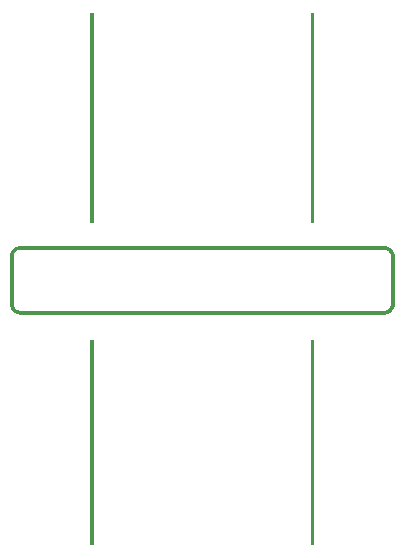
<source format=gto>
G04 MADE WITH FRITZING*
G04 WWW.FRITZING.ORG*
G04 DOUBLE SIDED*
G04 HOLES PLATED*
G04 CONTOUR ON CENTER OF CONTOUR VECTOR*
%ASAXBY*%
%FSLAX23Y23*%
%MOIN*%
%OFA0B0*%
%SFA1.0B1.0*%
%ADD10R,0.001000X0.001000*%
%LNSILK1*%
G90*
G70*
G54D10*
X498Y1771D02*
X509Y1771D01*
X1232Y1771D02*
X1243Y1771D01*
X498Y1770D02*
X509Y1770D01*
X1232Y1770D02*
X1243Y1770D01*
X498Y1769D02*
X509Y1769D01*
X1232Y1769D02*
X1243Y1769D01*
X498Y1768D02*
X509Y1768D01*
X1232Y1768D02*
X1243Y1768D01*
X498Y1767D02*
X509Y1767D01*
X1232Y1767D02*
X1243Y1767D01*
X498Y1766D02*
X509Y1766D01*
X1232Y1766D02*
X1243Y1766D01*
X498Y1765D02*
X509Y1765D01*
X1232Y1765D02*
X1243Y1765D01*
X498Y1764D02*
X509Y1764D01*
X1232Y1764D02*
X1243Y1764D01*
X498Y1763D02*
X509Y1763D01*
X1232Y1763D02*
X1243Y1763D01*
X498Y1762D02*
X509Y1762D01*
X1232Y1762D02*
X1243Y1762D01*
X498Y1761D02*
X509Y1761D01*
X1232Y1761D02*
X1243Y1761D01*
X498Y1760D02*
X509Y1760D01*
X1232Y1760D02*
X1243Y1760D01*
X498Y1759D02*
X509Y1759D01*
X1232Y1759D02*
X1243Y1759D01*
X498Y1758D02*
X509Y1758D01*
X1232Y1758D02*
X1243Y1758D01*
X498Y1757D02*
X509Y1757D01*
X1232Y1757D02*
X1243Y1757D01*
X498Y1756D02*
X509Y1756D01*
X1232Y1756D02*
X1243Y1756D01*
X498Y1755D02*
X509Y1755D01*
X1232Y1755D02*
X1243Y1755D01*
X498Y1754D02*
X509Y1754D01*
X1232Y1754D02*
X1243Y1754D01*
X498Y1753D02*
X509Y1753D01*
X1232Y1753D02*
X1243Y1753D01*
X498Y1752D02*
X509Y1752D01*
X1232Y1752D02*
X1243Y1752D01*
X498Y1751D02*
X509Y1751D01*
X1232Y1751D02*
X1243Y1751D01*
X498Y1750D02*
X509Y1750D01*
X1232Y1750D02*
X1243Y1750D01*
X498Y1749D02*
X509Y1749D01*
X1232Y1749D02*
X1243Y1749D01*
X498Y1748D02*
X509Y1748D01*
X1232Y1748D02*
X1243Y1748D01*
X498Y1747D02*
X509Y1747D01*
X1232Y1747D02*
X1243Y1747D01*
X498Y1746D02*
X509Y1746D01*
X1232Y1746D02*
X1243Y1746D01*
X498Y1745D02*
X509Y1745D01*
X1232Y1745D02*
X1243Y1745D01*
X498Y1744D02*
X509Y1744D01*
X1232Y1744D02*
X1243Y1744D01*
X498Y1743D02*
X509Y1743D01*
X1232Y1743D02*
X1243Y1743D01*
X498Y1742D02*
X509Y1742D01*
X1232Y1742D02*
X1243Y1742D01*
X498Y1741D02*
X509Y1741D01*
X1232Y1741D02*
X1243Y1741D01*
X498Y1740D02*
X509Y1740D01*
X1232Y1740D02*
X1243Y1740D01*
X498Y1739D02*
X509Y1739D01*
X1232Y1739D02*
X1243Y1739D01*
X498Y1738D02*
X509Y1738D01*
X1232Y1738D02*
X1243Y1738D01*
X498Y1737D02*
X509Y1737D01*
X1232Y1737D02*
X1243Y1737D01*
X498Y1736D02*
X509Y1736D01*
X1232Y1736D02*
X1243Y1736D01*
X498Y1735D02*
X509Y1735D01*
X1232Y1735D02*
X1243Y1735D01*
X498Y1734D02*
X509Y1734D01*
X1232Y1734D02*
X1243Y1734D01*
X498Y1733D02*
X509Y1733D01*
X1232Y1733D02*
X1243Y1733D01*
X498Y1732D02*
X509Y1732D01*
X1232Y1732D02*
X1243Y1732D01*
X498Y1731D02*
X509Y1731D01*
X1232Y1731D02*
X1243Y1731D01*
X498Y1730D02*
X509Y1730D01*
X1232Y1730D02*
X1243Y1730D01*
X498Y1729D02*
X509Y1729D01*
X1232Y1729D02*
X1243Y1729D01*
X498Y1728D02*
X509Y1728D01*
X1232Y1728D02*
X1243Y1728D01*
X498Y1727D02*
X509Y1727D01*
X1232Y1727D02*
X1243Y1727D01*
X498Y1726D02*
X509Y1726D01*
X1232Y1726D02*
X1243Y1726D01*
X498Y1725D02*
X509Y1725D01*
X1232Y1725D02*
X1243Y1725D01*
X498Y1724D02*
X509Y1724D01*
X1232Y1724D02*
X1243Y1724D01*
X498Y1723D02*
X509Y1723D01*
X1232Y1723D02*
X1243Y1723D01*
X498Y1722D02*
X509Y1722D01*
X1232Y1722D02*
X1243Y1722D01*
X498Y1721D02*
X509Y1721D01*
X1232Y1721D02*
X1243Y1721D01*
X498Y1720D02*
X509Y1720D01*
X1232Y1720D02*
X1243Y1720D01*
X498Y1719D02*
X509Y1719D01*
X1232Y1719D02*
X1243Y1719D01*
X498Y1718D02*
X509Y1718D01*
X1232Y1718D02*
X1243Y1718D01*
X498Y1717D02*
X509Y1717D01*
X1232Y1717D02*
X1243Y1717D01*
X498Y1716D02*
X509Y1716D01*
X1232Y1716D02*
X1243Y1716D01*
X498Y1715D02*
X509Y1715D01*
X1232Y1715D02*
X1243Y1715D01*
X498Y1714D02*
X509Y1714D01*
X1232Y1714D02*
X1243Y1714D01*
X498Y1713D02*
X509Y1713D01*
X1232Y1713D02*
X1243Y1713D01*
X498Y1712D02*
X509Y1712D01*
X1232Y1712D02*
X1243Y1712D01*
X498Y1711D02*
X509Y1711D01*
X1232Y1711D02*
X1243Y1711D01*
X498Y1710D02*
X509Y1710D01*
X1232Y1710D02*
X1243Y1710D01*
X498Y1709D02*
X509Y1709D01*
X1232Y1709D02*
X1243Y1709D01*
X498Y1708D02*
X509Y1708D01*
X1232Y1708D02*
X1243Y1708D01*
X498Y1707D02*
X509Y1707D01*
X1232Y1707D02*
X1243Y1707D01*
X498Y1706D02*
X509Y1706D01*
X1232Y1706D02*
X1243Y1706D01*
X498Y1705D02*
X509Y1705D01*
X1232Y1705D02*
X1243Y1705D01*
X498Y1704D02*
X509Y1704D01*
X1232Y1704D02*
X1243Y1704D01*
X498Y1703D02*
X509Y1703D01*
X1232Y1703D02*
X1243Y1703D01*
X498Y1702D02*
X509Y1702D01*
X1232Y1702D02*
X1243Y1702D01*
X498Y1701D02*
X509Y1701D01*
X1232Y1701D02*
X1243Y1701D01*
X498Y1700D02*
X509Y1700D01*
X1232Y1700D02*
X1243Y1700D01*
X498Y1699D02*
X509Y1699D01*
X1232Y1699D02*
X1243Y1699D01*
X498Y1698D02*
X509Y1698D01*
X1232Y1698D02*
X1243Y1698D01*
X498Y1697D02*
X509Y1697D01*
X1232Y1697D02*
X1243Y1697D01*
X498Y1696D02*
X509Y1696D01*
X1232Y1696D02*
X1243Y1696D01*
X498Y1695D02*
X509Y1695D01*
X1232Y1695D02*
X1243Y1695D01*
X498Y1694D02*
X509Y1694D01*
X1232Y1694D02*
X1243Y1694D01*
X498Y1693D02*
X509Y1693D01*
X1232Y1693D02*
X1243Y1693D01*
X498Y1692D02*
X509Y1692D01*
X1232Y1692D02*
X1243Y1692D01*
X498Y1691D02*
X509Y1691D01*
X1232Y1691D02*
X1243Y1691D01*
X498Y1690D02*
X509Y1690D01*
X1232Y1690D02*
X1243Y1690D01*
X498Y1689D02*
X509Y1689D01*
X1232Y1689D02*
X1243Y1689D01*
X498Y1688D02*
X509Y1688D01*
X1232Y1688D02*
X1243Y1688D01*
X498Y1687D02*
X509Y1687D01*
X1232Y1687D02*
X1243Y1687D01*
X498Y1686D02*
X509Y1686D01*
X1232Y1686D02*
X1243Y1686D01*
X498Y1685D02*
X509Y1685D01*
X1232Y1685D02*
X1243Y1685D01*
X498Y1684D02*
X509Y1684D01*
X1232Y1684D02*
X1243Y1684D01*
X498Y1683D02*
X509Y1683D01*
X1232Y1683D02*
X1243Y1683D01*
X498Y1682D02*
X509Y1682D01*
X1232Y1682D02*
X1243Y1682D01*
X498Y1681D02*
X509Y1681D01*
X1232Y1681D02*
X1243Y1681D01*
X498Y1680D02*
X509Y1680D01*
X1232Y1680D02*
X1243Y1680D01*
X498Y1679D02*
X509Y1679D01*
X1232Y1679D02*
X1243Y1679D01*
X498Y1678D02*
X509Y1678D01*
X1232Y1678D02*
X1243Y1678D01*
X498Y1677D02*
X509Y1677D01*
X1232Y1677D02*
X1243Y1677D01*
X498Y1676D02*
X509Y1676D01*
X1232Y1676D02*
X1243Y1676D01*
X498Y1675D02*
X509Y1675D01*
X1232Y1675D02*
X1243Y1675D01*
X498Y1674D02*
X509Y1674D01*
X1232Y1674D02*
X1243Y1674D01*
X498Y1673D02*
X509Y1673D01*
X1232Y1673D02*
X1243Y1673D01*
X498Y1672D02*
X509Y1672D01*
X1232Y1672D02*
X1243Y1672D01*
X498Y1671D02*
X509Y1671D01*
X1232Y1671D02*
X1243Y1671D01*
X498Y1670D02*
X509Y1670D01*
X1232Y1670D02*
X1243Y1670D01*
X498Y1669D02*
X509Y1669D01*
X1232Y1669D02*
X1243Y1669D01*
X498Y1668D02*
X509Y1668D01*
X1232Y1668D02*
X1243Y1668D01*
X498Y1667D02*
X509Y1667D01*
X1232Y1667D02*
X1243Y1667D01*
X498Y1666D02*
X509Y1666D01*
X1232Y1666D02*
X1243Y1666D01*
X498Y1665D02*
X509Y1665D01*
X1232Y1665D02*
X1243Y1665D01*
X498Y1664D02*
X509Y1664D01*
X1232Y1664D02*
X1243Y1664D01*
X498Y1663D02*
X509Y1663D01*
X1232Y1663D02*
X1243Y1663D01*
X498Y1662D02*
X509Y1662D01*
X1232Y1662D02*
X1243Y1662D01*
X498Y1661D02*
X509Y1661D01*
X1232Y1661D02*
X1243Y1661D01*
X498Y1660D02*
X509Y1660D01*
X1232Y1660D02*
X1243Y1660D01*
X498Y1659D02*
X509Y1659D01*
X1232Y1659D02*
X1243Y1659D01*
X498Y1658D02*
X509Y1658D01*
X1232Y1658D02*
X1243Y1658D01*
X498Y1657D02*
X509Y1657D01*
X1232Y1657D02*
X1243Y1657D01*
X498Y1656D02*
X509Y1656D01*
X1232Y1656D02*
X1243Y1656D01*
X498Y1655D02*
X509Y1655D01*
X1232Y1655D02*
X1243Y1655D01*
X498Y1654D02*
X509Y1654D01*
X1232Y1654D02*
X1243Y1654D01*
X498Y1653D02*
X509Y1653D01*
X1232Y1653D02*
X1243Y1653D01*
X498Y1652D02*
X509Y1652D01*
X1232Y1652D02*
X1243Y1652D01*
X498Y1651D02*
X509Y1651D01*
X1232Y1651D02*
X1243Y1651D01*
X498Y1650D02*
X509Y1650D01*
X1232Y1650D02*
X1243Y1650D01*
X498Y1649D02*
X509Y1649D01*
X1232Y1649D02*
X1243Y1649D01*
X498Y1648D02*
X509Y1648D01*
X1232Y1648D02*
X1243Y1648D01*
X498Y1647D02*
X509Y1647D01*
X1232Y1647D02*
X1243Y1647D01*
X498Y1646D02*
X509Y1646D01*
X1232Y1646D02*
X1243Y1646D01*
X498Y1645D02*
X509Y1645D01*
X1232Y1645D02*
X1243Y1645D01*
X498Y1644D02*
X509Y1644D01*
X1232Y1644D02*
X1243Y1644D01*
X498Y1643D02*
X509Y1643D01*
X1232Y1643D02*
X1243Y1643D01*
X498Y1642D02*
X509Y1642D01*
X1232Y1642D02*
X1243Y1642D01*
X498Y1641D02*
X509Y1641D01*
X1232Y1641D02*
X1243Y1641D01*
X498Y1640D02*
X509Y1640D01*
X1232Y1640D02*
X1243Y1640D01*
X498Y1639D02*
X509Y1639D01*
X1232Y1639D02*
X1243Y1639D01*
X498Y1638D02*
X509Y1638D01*
X1232Y1638D02*
X1243Y1638D01*
X498Y1637D02*
X509Y1637D01*
X1232Y1637D02*
X1243Y1637D01*
X498Y1636D02*
X509Y1636D01*
X1232Y1636D02*
X1243Y1636D01*
X498Y1635D02*
X509Y1635D01*
X1232Y1635D02*
X1243Y1635D01*
X498Y1634D02*
X509Y1634D01*
X1232Y1634D02*
X1243Y1634D01*
X498Y1633D02*
X509Y1633D01*
X1232Y1633D02*
X1243Y1633D01*
X498Y1632D02*
X509Y1632D01*
X1232Y1632D02*
X1243Y1632D01*
X498Y1631D02*
X509Y1631D01*
X1232Y1631D02*
X1243Y1631D01*
X498Y1630D02*
X509Y1630D01*
X1232Y1630D02*
X1243Y1630D01*
X498Y1629D02*
X509Y1629D01*
X1232Y1629D02*
X1243Y1629D01*
X498Y1628D02*
X509Y1628D01*
X1232Y1628D02*
X1243Y1628D01*
X498Y1627D02*
X509Y1627D01*
X1232Y1627D02*
X1243Y1627D01*
X498Y1626D02*
X509Y1626D01*
X1232Y1626D02*
X1243Y1626D01*
X498Y1625D02*
X509Y1625D01*
X1232Y1625D02*
X1243Y1625D01*
X498Y1624D02*
X509Y1624D01*
X1232Y1624D02*
X1243Y1624D01*
X498Y1623D02*
X509Y1623D01*
X1232Y1623D02*
X1243Y1623D01*
X498Y1622D02*
X509Y1622D01*
X1232Y1622D02*
X1243Y1622D01*
X498Y1621D02*
X509Y1621D01*
X1232Y1621D02*
X1243Y1621D01*
X498Y1620D02*
X509Y1620D01*
X1232Y1620D02*
X1243Y1620D01*
X498Y1619D02*
X509Y1619D01*
X1232Y1619D02*
X1243Y1619D01*
X498Y1618D02*
X509Y1618D01*
X1232Y1618D02*
X1243Y1618D01*
X498Y1617D02*
X509Y1617D01*
X1232Y1617D02*
X1243Y1617D01*
X498Y1616D02*
X509Y1616D01*
X1232Y1616D02*
X1243Y1616D01*
X498Y1615D02*
X509Y1615D01*
X1232Y1615D02*
X1243Y1615D01*
X498Y1614D02*
X509Y1614D01*
X1232Y1614D02*
X1243Y1614D01*
X498Y1613D02*
X509Y1613D01*
X1232Y1613D02*
X1243Y1613D01*
X498Y1612D02*
X509Y1612D01*
X1232Y1612D02*
X1243Y1612D01*
X498Y1611D02*
X509Y1611D01*
X1232Y1611D02*
X1243Y1611D01*
X498Y1610D02*
X509Y1610D01*
X1232Y1610D02*
X1243Y1610D01*
X498Y1609D02*
X509Y1609D01*
X1232Y1609D02*
X1243Y1609D01*
X498Y1608D02*
X509Y1608D01*
X1232Y1608D02*
X1243Y1608D01*
X498Y1607D02*
X509Y1607D01*
X1232Y1607D02*
X1243Y1607D01*
X498Y1606D02*
X509Y1606D01*
X1232Y1606D02*
X1243Y1606D01*
X498Y1605D02*
X509Y1605D01*
X1232Y1605D02*
X1243Y1605D01*
X498Y1604D02*
X509Y1604D01*
X1232Y1604D02*
X1243Y1604D01*
X498Y1603D02*
X509Y1603D01*
X1232Y1603D02*
X1243Y1603D01*
X498Y1602D02*
X509Y1602D01*
X1232Y1602D02*
X1243Y1602D01*
X498Y1601D02*
X509Y1601D01*
X1232Y1601D02*
X1243Y1601D01*
X498Y1600D02*
X509Y1600D01*
X1232Y1600D02*
X1243Y1600D01*
X498Y1599D02*
X509Y1599D01*
X1232Y1599D02*
X1243Y1599D01*
X498Y1598D02*
X509Y1598D01*
X1232Y1598D02*
X1243Y1598D01*
X498Y1597D02*
X509Y1597D01*
X1232Y1597D02*
X1243Y1597D01*
X498Y1596D02*
X509Y1596D01*
X1232Y1596D02*
X1243Y1596D01*
X498Y1595D02*
X509Y1595D01*
X1232Y1595D02*
X1243Y1595D01*
X498Y1594D02*
X509Y1594D01*
X1232Y1594D02*
X1243Y1594D01*
X498Y1593D02*
X509Y1593D01*
X1232Y1593D02*
X1243Y1593D01*
X498Y1592D02*
X509Y1592D01*
X1232Y1592D02*
X1243Y1592D01*
X498Y1591D02*
X509Y1591D01*
X1232Y1591D02*
X1243Y1591D01*
X498Y1590D02*
X509Y1590D01*
X1232Y1590D02*
X1243Y1590D01*
X498Y1589D02*
X509Y1589D01*
X1232Y1589D02*
X1243Y1589D01*
X498Y1588D02*
X509Y1588D01*
X1232Y1588D02*
X1243Y1588D01*
X498Y1587D02*
X509Y1587D01*
X1232Y1587D02*
X1243Y1587D01*
X498Y1586D02*
X509Y1586D01*
X1232Y1586D02*
X1243Y1586D01*
X498Y1585D02*
X509Y1585D01*
X1232Y1585D02*
X1243Y1585D01*
X498Y1584D02*
X509Y1584D01*
X1232Y1584D02*
X1243Y1584D01*
X498Y1583D02*
X509Y1583D01*
X1232Y1583D02*
X1243Y1583D01*
X498Y1582D02*
X509Y1582D01*
X1232Y1582D02*
X1243Y1582D01*
X498Y1581D02*
X509Y1581D01*
X1232Y1581D02*
X1243Y1581D01*
X498Y1580D02*
X509Y1580D01*
X1232Y1580D02*
X1243Y1580D01*
X498Y1579D02*
X509Y1579D01*
X1232Y1579D02*
X1243Y1579D01*
X498Y1578D02*
X509Y1578D01*
X1232Y1578D02*
X1243Y1578D01*
X498Y1577D02*
X509Y1577D01*
X1232Y1577D02*
X1243Y1577D01*
X498Y1576D02*
X509Y1576D01*
X1232Y1576D02*
X1243Y1576D01*
X498Y1575D02*
X509Y1575D01*
X1232Y1575D02*
X1243Y1575D01*
X498Y1574D02*
X509Y1574D01*
X1232Y1574D02*
X1243Y1574D01*
X498Y1573D02*
X509Y1573D01*
X1232Y1573D02*
X1243Y1573D01*
X498Y1572D02*
X509Y1572D01*
X1232Y1572D02*
X1243Y1572D01*
X498Y1571D02*
X509Y1571D01*
X1232Y1571D02*
X1243Y1571D01*
X498Y1570D02*
X509Y1570D01*
X1232Y1570D02*
X1243Y1570D01*
X498Y1569D02*
X509Y1569D01*
X1232Y1569D02*
X1243Y1569D01*
X498Y1568D02*
X509Y1568D01*
X1232Y1568D02*
X1243Y1568D01*
X498Y1567D02*
X509Y1567D01*
X1232Y1567D02*
X1243Y1567D01*
X498Y1566D02*
X509Y1566D01*
X1232Y1566D02*
X1243Y1566D01*
X498Y1565D02*
X509Y1565D01*
X1232Y1565D02*
X1243Y1565D01*
X498Y1564D02*
X509Y1564D01*
X1232Y1564D02*
X1243Y1564D01*
X498Y1563D02*
X509Y1563D01*
X1232Y1563D02*
X1243Y1563D01*
X498Y1562D02*
X509Y1562D01*
X1232Y1562D02*
X1243Y1562D01*
X498Y1561D02*
X509Y1561D01*
X1232Y1561D02*
X1243Y1561D01*
X498Y1560D02*
X509Y1560D01*
X1232Y1560D02*
X1243Y1560D01*
X498Y1559D02*
X509Y1559D01*
X1232Y1559D02*
X1243Y1559D01*
X498Y1558D02*
X509Y1558D01*
X1232Y1558D02*
X1243Y1558D01*
X498Y1557D02*
X509Y1557D01*
X1232Y1557D02*
X1243Y1557D01*
X498Y1556D02*
X509Y1556D01*
X1232Y1556D02*
X1243Y1556D01*
X498Y1555D02*
X509Y1555D01*
X1232Y1555D02*
X1243Y1555D01*
X498Y1554D02*
X509Y1554D01*
X1232Y1554D02*
X1243Y1554D01*
X498Y1553D02*
X509Y1553D01*
X1232Y1553D02*
X1243Y1553D01*
X498Y1552D02*
X509Y1552D01*
X1232Y1552D02*
X1243Y1552D01*
X498Y1551D02*
X509Y1551D01*
X1232Y1551D02*
X1243Y1551D01*
X498Y1550D02*
X509Y1550D01*
X1232Y1550D02*
X1243Y1550D01*
X498Y1549D02*
X509Y1549D01*
X1232Y1549D02*
X1243Y1549D01*
X498Y1548D02*
X509Y1548D01*
X1232Y1548D02*
X1243Y1548D01*
X498Y1547D02*
X509Y1547D01*
X1232Y1547D02*
X1243Y1547D01*
X498Y1546D02*
X509Y1546D01*
X1232Y1546D02*
X1243Y1546D01*
X498Y1545D02*
X509Y1545D01*
X1232Y1545D02*
X1243Y1545D01*
X498Y1544D02*
X509Y1544D01*
X1232Y1544D02*
X1243Y1544D01*
X498Y1543D02*
X509Y1543D01*
X1232Y1543D02*
X1243Y1543D01*
X498Y1542D02*
X509Y1542D01*
X1232Y1542D02*
X1243Y1542D01*
X498Y1541D02*
X509Y1541D01*
X1232Y1541D02*
X1243Y1541D01*
X498Y1540D02*
X509Y1540D01*
X1232Y1540D02*
X1243Y1540D01*
X498Y1539D02*
X509Y1539D01*
X1232Y1539D02*
X1243Y1539D01*
X498Y1538D02*
X509Y1538D01*
X1232Y1538D02*
X1243Y1538D01*
X498Y1537D02*
X509Y1537D01*
X1232Y1537D02*
X1243Y1537D01*
X498Y1536D02*
X509Y1536D01*
X1232Y1536D02*
X1243Y1536D01*
X498Y1535D02*
X509Y1535D01*
X1232Y1535D02*
X1243Y1535D01*
X498Y1534D02*
X509Y1534D01*
X1232Y1534D02*
X1243Y1534D01*
X498Y1533D02*
X509Y1533D01*
X1232Y1533D02*
X1243Y1533D01*
X498Y1532D02*
X509Y1532D01*
X1232Y1532D02*
X1243Y1532D01*
X498Y1531D02*
X509Y1531D01*
X1232Y1531D02*
X1243Y1531D01*
X498Y1530D02*
X509Y1530D01*
X1232Y1530D02*
X1243Y1530D01*
X498Y1529D02*
X509Y1529D01*
X1232Y1529D02*
X1243Y1529D01*
X498Y1528D02*
X509Y1528D01*
X1232Y1528D02*
X1243Y1528D01*
X498Y1527D02*
X509Y1527D01*
X1232Y1527D02*
X1243Y1527D01*
X498Y1526D02*
X509Y1526D01*
X1232Y1526D02*
X1243Y1526D01*
X498Y1525D02*
X509Y1525D01*
X1232Y1525D02*
X1243Y1525D01*
X498Y1524D02*
X509Y1524D01*
X1232Y1524D02*
X1243Y1524D01*
X498Y1523D02*
X509Y1523D01*
X1232Y1523D02*
X1243Y1523D01*
X498Y1522D02*
X509Y1522D01*
X1232Y1522D02*
X1243Y1522D01*
X498Y1521D02*
X509Y1521D01*
X1232Y1521D02*
X1243Y1521D01*
X498Y1520D02*
X509Y1520D01*
X1232Y1520D02*
X1243Y1520D01*
X498Y1519D02*
X509Y1519D01*
X1232Y1519D02*
X1243Y1519D01*
X498Y1518D02*
X509Y1518D01*
X1232Y1518D02*
X1243Y1518D01*
X498Y1517D02*
X509Y1517D01*
X1232Y1517D02*
X1243Y1517D01*
X498Y1516D02*
X509Y1516D01*
X1232Y1516D02*
X1243Y1516D01*
X498Y1515D02*
X509Y1515D01*
X1232Y1515D02*
X1243Y1515D01*
X498Y1514D02*
X509Y1514D01*
X1232Y1514D02*
X1243Y1514D01*
X498Y1513D02*
X509Y1513D01*
X1232Y1513D02*
X1243Y1513D01*
X498Y1512D02*
X509Y1512D01*
X1232Y1512D02*
X1243Y1512D01*
X498Y1511D02*
X509Y1511D01*
X1232Y1511D02*
X1243Y1511D01*
X498Y1510D02*
X509Y1510D01*
X1232Y1510D02*
X1243Y1510D01*
X498Y1509D02*
X509Y1509D01*
X1232Y1509D02*
X1243Y1509D01*
X498Y1508D02*
X509Y1508D01*
X1232Y1508D02*
X1243Y1508D01*
X498Y1507D02*
X509Y1507D01*
X1232Y1507D02*
X1243Y1507D01*
X498Y1506D02*
X509Y1506D01*
X1232Y1506D02*
X1243Y1506D01*
X498Y1505D02*
X509Y1505D01*
X1232Y1505D02*
X1243Y1505D01*
X498Y1504D02*
X509Y1504D01*
X1232Y1504D02*
X1243Y1504D01*
X498Y1503D02*
X509Y1503D01*
X1232Y1503D02*
X1243Y1503D01*
X498Y1502D02*
X509Y1502D01*
X1232Y1502D02*
X1243Y1502D01*
X498Y1501D02*
X509Y1501D01*
X1232Y1501D02*
X1243Y1501D01*
X498Y1500D02*
X509Y1500D01*
X1232Y1500D02*
X1243Y1500D01*
X498Y1499D02*
X509Y1499D01*
X1232Y1499D02*
X1243Y1499D01*
X498Y1498D02*
X509Y1498D01*
X1232Y1498D02*
X1243Y1498D01*
X498Y1497D02*
X509Y1497D01*
X1232Y1497D02*
X1243Y1497D01*
X498Y1496D02*
X509Y1496D01*
X1232Y1496D02*
X1243Y1496D01*
X498Y1495D02*
X509Y1495D01*
X1232Y1495D02*
X1243Y1495D01*
X498Y1494D02*
X509Y1494D01*
X1232Y1494D02*
X1243Y1494D01*
X498Y1493D02*
X509Y1493D01*
X1232Y1493D02*
X1243Y1493D01*
X498Y1492D02*
X509Y1492D01*
X1232Y1492D02*
X1243Y1492D01*
X498Y1491D02*
X509Y1491D01*
X1232Y1491D02*
X1243Y1491D01*
X498Y1490D02*
X509Y1490D01*
X1232Y1490D02*
X1243Y1490D01*
X498Y1489D02*
X509Y1489D01*
X1232Y1489D02*
X1243Y1489D01*
X498Y1488D02*
X509Y1488D01*
X1232Y1488D02*
X1243Y1488D01*
X498Y1487D02*
X509Y1487D01*
X1232Y1487D02*
X1243Y1487D01*
X498Y1486D02*
X509Y1486D01*
X1232Y1486D02*
X1243Y1486D01*
X498Y1485D02*
X509Y1485D01*
X1232Y1485D02*
X1243Y1485D01*
X498Y1484D02*
X509Y1484D01*
X1232Y1484D02*
X1243Y1484D01*
X498Y1483D02*
X509Y1483D01*
X1232Y1483D02*
X1243Y1483D01*
X498Y1482D02*
X509Y1482D01*
X1232Y1482D02*
X1243Y1482D01*
X498Y1481D02*
X509Y1481D01*
X1232Y1481D02*
X1243Y1481D01*
X498Y1480D02*
X509Y1480D01*
X1232Y1480D02*
X1243Y1480D01*
X498Y1479D02*
X509Y1479D01*
X1232Y1479D02*
X1243Y1479D01*
X498Y1478D02*
X509Y1478D01*
X1232Y1478D02*
X1243Y1478D01*
X498Y1477D02*
X509Y1477D01*
X1232Y1477D02*
X1243Y1477D01*
X498Y1476D02*
X509Y1476D01*
X1232Y1476D02*
X1243Y1476D01*
X498Y1475D02*
X509Y1475D01*
X1232Y1475D02*
X1243Y1475D01*
X498Y1474D02*
X509Y1474D01*
X1232Y1474D02*
X1243Y1474D01*
X498Y1473D02*
X509Y1473D01*
X1232Y1473D02*
X1243Y1473D01*
X498Y1472D02*
X509Y1472D01*
X1232Y1472D02*
X1243Y1472D01*
X498Y1471D02*
X509Y1471D01*
X1232Y1471D02*
X1243Y1471D01*
X498Y1470D02*
X509Y1470D01*
X1232Y1470D02*
X1243Y1470D01*
X498Y1469D02*
X509Y1469D01*
X1232Y1469D02*
X1243Y1469D01*
X498Y1468D02*
X509Y1468D01*
X1232Y1468D02*
X1243Y1468D01*
X498Y1467D02*
X509Y1467D01*
X1232Y1467D02*
X1243Y1467D01*
X498Y1466D02*
X509Y1466D01*
X1232Y1466D02*
X1243Y1466D01*
X498Y1465D02*
X509Y1465D01*
X1232Y1465D02*
X1243Y1465D01*
X498Y1464D02*
X509Y1464D01*
X1232Y1464D02*
X1243Y1464D01*
X498Y1463D02*
X509Y1463D01*
X1232Y1463D02*
X1243Y1463D01*
X498Y1462D02*
X509Y1462D01*
X1232Y1462D02*
X1243Y1462D01*
X498Y1461D02*
X509Y1461D01*
X1232Y1461D02*
X1243Y1461D01*
X498Y1460D02*
X509Y1460D01*
X1232Y1460D02*
X1243Y1460D01*
X498Y1459D02*
X509Y1459D01*
X1232Y1459D02*
X1243Y1459D01*
X498Y1458D02*
X509Y1458D01*
X1232Y1458D02*
X1243Y1458D01*
X498Y1457D02*
X509Y1457D01*
X1232Y1457D02*
X1243Y1457D01*
X498Y1456D02*
X509Y1456D01*
X1232Y1456D02*
X1243Y1456D01*
X498Y1455D02*
X509Y1455D01*
X1232Y1455D02*
X1243Y1455D01*
X498Y1454D02*
X509Y1454D01*
X1232Y1454D02*
X1243Y1454D01*
X498Y1453D02*
X509Y1453D01*
X1232Y1453D02*
X1243Y1453D01*
X498Y1452D02*
X509Y1452D01*
X1232Y1452D02*
X1243Y1452D01*
X498Y1451D02*
X509Y1451D01*
X1232Y1451D02*
X1243Y1451D01*
X498Y1450D02*
X509Y1450D01*
X1232Y1450D02*
X1243Y1450D01*
X498Y1449D02*
X509Y1449D01*
X1232Y1449D02*
X1243Y1449D01*
X498Y1448D02*
X509Y1448D01*
X1232Y1448D02*
X1243Y1448D01*
X498Y1447D02*
X509Y1447D01*
X1232Y1447D02*
X1243Y1447D01*
X498Y1446D02*
X509Y1446D01*
X1232Y1446D02*
X1243Y1446D01*
X498Y1445D02*
X509Y1445D01*
X1232Y1445D02*
X1243Y1445D01*
X498Y1444D02*
X509Y1444D01*
X1232Y1444D02*
X1243Y1444D01*
X498Y1443D02*
X509Y1443D01*
X1232Y1443D02*
X1243Y1443D01*
X498Y1442D02*
X509Y1442D01*
X1232Y1442D02*
X1243Y1442D01*
X498Y1441D02*
X509Y1441D01*
X1232Y1441D02*
X1243Y1441D01*
X498Y1440D02*
X509Y1440D01*
X1232Y1440D02*
X1243Y1440D01*
X498Y1439D02*
X509Y1439D01*
X1232Y1439D02*
X1243Y1439D01*
X498Y1438D02*
X509Y1438D01*
X1232Y1438D02*
X1243Y1438D01*
X498Y1437D02*
X509Y1437D01*
X1232Y1437D02*
X1243Y1437D01*
X498Y1436D02*
X509Y1436D01*
X1232Y1436D02*
X1243Y1436D01*
X498Y1435D02*
X509Y1435D01*
X1232Y1435D02*
X1243Y1435D01*
X498Y1434D02*
X509Y1434D01*
X1232Y1434D02*
X1243Y1434D01*
X498Y1433D02*
X509Y1433D01*
X1232Y1433D02*
X1243Y1433D01*
X498Y1432D02*
X509Y1432D01*
X1232Y1432D02*
X1243Y1432D01*
X498Y1431D02*
X509Y1431D01*
X1232Y1431D02*
X1243Y1431D01*
X498Y1430D02*
X509Y1430D01*
X1232Y1430D02*
X1243Y1430D01*
X498Y1429D02*
X509Y1429D01*
X1232Y1429D02*
X1243Y1429D01*
X498Y1428D02*
X509Y1428D01*
X1232Y1428D02*
X1243Y1428D01*
X498Y1427D02*
X509Y1427D01*
X1232Y1427D02*
X1243Y1427D01*
X498Y1426D02*
X509Y1426D01*
X1232Y1426D02*
X1243Y1426D01*
X498Y1425D02*
X509Y1425D01*
X1232Y1425D02*
X1243Y1425D01*
X498Y1424D02*
X509Y1424D01*
X1232Y1424D02*
X1243Y1424D01*
X498Y1423D02*
X509Y1423D01*
X1232Y1423D02*
X1243Y1423D01*
X498Y1422D02*
X509Y1422D01*
X1232Y1422D02*
X1243Y1422D01*
X498Y1421D02*
X509Y1421D01*
X1232Y1421D02*
X1243Y1421D01*
X498Y1420D02*
X509Y1420D01*
X1232Y1420D02*
X1243Y1420D01*
X498Y1419D02*
X509Y1419D01*
X1232Y1419D02*
X1243Y1419D01*
X498Y1418D02*
X509Y1418D01*
X1232Y1418D02*
X1243Y1418D01*
X498Y1417D02*
X509Y1417D01*
X1232Y1417D02*
X1243Y1417D01*
X498Y1416D02*
X509Y1416D01*
X1232Y1416D02*
X1243Y1416D01*
X498Y1415D02*
X509Y1415D01*
X1232Y1415D02*
X1243Y1415D01*
X498Y1414D02*
X509Y1414D01*
X1232Y1414D02*
X1243Y1414D01*
X498Y1413D02*
X509Y1413D01*
X1232Y1413D02*
X1243Y1413D01*
X498Y1412D02*
X509Y1412D01*
X1232Y1412D02*
X1243Y1412D01*
X498Y1411D02*
X509Y1411D01*
X1232Y1411D02*
X1243Y1411D01*
X498Y1410D02*
X509Y1410D01*
X1232Y1410D02*
X1243Y1410D01*
X498Y1409D02*
X509Y1409D01*
X1232Y1409D02*
X1243Y1409D01*
X498Y1408D02*
X509Y1408D01*
X1232Y1408D02*
X1243Y1408D01*
X498Y1407D02*
X509Y1407D01*
X1232Y1407D02*
X1243Y1407D01*
X498Y1406D02*
X509Y1406D01*
X1232Y1406D02*
X1243Y1406D01*
X498Y1405D02*
X509Y1405D01*
X1232Y1405D02*
X1243Y1405D01*
X498Y1404D02*
X509Y1404D01*
X1232Y1404D02*
X1243Y1404D01*
X498Y1403D02*
X509Y1403D01*
X1232Y1403D02*
X1243Y1403D01*
X498Y1402D02*
X509Y1402D01*
X1232Y1402D02*
X1243Y1402D01*
X498Y1401D02*
X509Y1401D01*
X1232Y1401D02*
X1243Y1401D01*
X498Y1400D02*
X509Y1400D01*
X1232Y1400D02*
X1243Y1400D01*
X498Y1399D02*
X509Y1399D01*
X1232Y1399D02*
X1243Y1399D01*
X498Y1398D02*
X509Y1398D01*
X1232Y1398D02*
X1243Y1398D01*
X498Y1397D02*
X509Y1397D01*
X1232Y1397D02*
X1243Y1397D01*
X498Y1396D02*
X509Y1396D01*
X1232Y1396D02*
X1243Y1396D01*
X498Y1395D02*
X509Y1395D01*
X1232Y1395D02*
X1243Y1395D01*
X498Y1394D02*
X509Y1394D01*
X1232Y1394D02*
X1243Y1394D01*
X498Y1393D02*
X509Y1393D01*
X1232Y1393D02*
X1243Y1393D01*
X498Y1392D02*
X509Y1392D01*
X1232Y1392D02*
X1243Y1392D01*
X498Y1391D02*
X509Y1391D01*
X1232Y1391D02*
X1243Y1391D01*
X498Y1390D02*
X509Y1390D01*
X1232Y1390D02*
X1243Y1390D01*
X498Y1389D02*
X509Y1389D01*
X1232Y1389D02*
X1243Y1389D01*
X498Y1388D02*
X509Y1388D01*
X1232Y1388D02*
X1243Y1388D01*
X498Y1387D02*
X509Y1387D01*
X1232Y1387D02*
X1243Y1387D01*
X498Y1386D02*
X509Y1386D01*
X1232Y1386D02*
X1243Y1386D01*
X498Y1385D02*
X509Y1385D01*
X1232Y1385D02*
X1243Y1385D01*
X498Y1384D02*
X509Y1384D01*
X1232Y1384D02*
X1243Y1384D01*
X498Y1383D02*
X509Y1383D01*
X1232Y1383D02*
X1243Y1383D01*
X498Y1382D02*
X509Y1382D01*
X1232Y1382D02*
X1243Y1382D01*
X498Y1381D02*
X509Y1381D01*
X1232Y1381D02*
X1243Y1381D01*
X498Y1380D02*
X509Y1380D01*
X1232Y1380D02*
X1243Y1380D01*
X498Y1379D02*
X509Y1379D01*
X1232Y1379D02*
X1243Y1379D01*
X498Y1378D02*
X509Y1378D01*
X1232Y1378D02*
X1243Y1378D01*
X498Y1377D02*
X509Y1377D01*
X1232Y1377D02*
X1243Y1377D01*
X498Y1376D02*
X509Y1376D01*
X1232Y1376D02*
X1243Y1376D01*
X498Y1375D02*
X509Y1375D01*
X1232Y1375D02*
X1243Y1375D01*
X498Y1374D02*
X509Y1374D01*
X1232Y1374D02*
X1243Y1374D01*
X498Y1373D02*
X509Y1373D01*
X1232Y1373D02*
X1243Y1373D01*
X498Y1372D02*
X509Y1372D01*
X1232Y1372D02*
X1243Y1372D01*
X498Y1371D02*
X509Y1371D01*
X1232Y1371D02*
X1243Y1371D01*
X498Y1370D02*
X509Y1370D01*
X1232Y1370D02*
X1243Y1370D01*
X498Y1369D02*
X509Y1369D01*
X1232Y1369D02*
X1243Y1369D01*
X498Y1368D02*
X509Y1368D01*
X1232Y1368D02*
X1243Y1368D01*
X498Y1367D02*
X509Y1367D01*
X1232Y1367D02*
X1243Y1367D01*
X498Y1366D02*
X509Y1366D01*
X1232Y1366D02*
X1243Y1366D01*
X498Y1365D02*
X509Y1365D01*
X1232Y1365D02*
X1243Y1365D01*
X498Y1364D02*
X509Y1364D01*
X1232Y1364D02*
X1243Y1364D01*
X498Y1363D02*
X509Y1363D01*
X1232Y1363D02*
X1243Y1363D01*
X498Y1362D02*
X509Y1362D01*
X1232Y1362D02*
X1243Y1362D01*
X498Y1361D02*
X509Y1361D01*
X1232Y1361D02*
X1243Y1361D01*
X498Y1360D02*
X509Y1360D01*
X1232Y1360D02*
X1243Y1360D01*
X498Y1359D02*
X509Y1359D01*
X1232Y1359D02*
X1243Y1359D01*
X498Y1358D02*
X509Y1358D01*
X1232Y1358D02*
X1243Y1358D01*
X498Y1357D02*
X509Y1357D01*
X1232Y1357D02*
X1243Y1357D01*
X498Y1356D02*
X509Y1356D01*
X1232Y1356D02*
X1243Y1356D01*
X498Y1355D02*
X509Y1355D01*
X1232Y1355D02*
X1243Y1355D01*
X498Y1354D02*
X509Y1354D01*
X1232Y1354D02*
X1243Y1354D01*
X498Y1353D02*
X509Y1353D01*
X1232Y1353D02*
X1243Y1353D01*
X498Y1352D02*
X509Y1352D01*
X1232Y1352D02*
X1243Y1352D01*
X498Y1351D02*
X509Y1351D01*
X1232Y1351D02*
X1243Y1351D01*
X498Y1350D02*
X509Y1350D01*
X1232Y1350D02*
X1243Y1350D01*
X498Y1349D02*
X509Y1349D01*
X1232Y1349D02*
X1243Y1349D01*
X498Y1348D02*
X509Y1348D01*
X1232Y1348D02*
X1243Y1348D01*
X498Y1347D02*
X509Y1347D01*
X1232Y1347D02*
X1243Y1347D01*
X498Y1346D02*
X509Y1346D01*
X1232Y1346D02*
X1243Y1346D01*
X498Y1345D02*
X509Y1345D01*
X1232Y1345D02*
X1243Y1345D01*
X498Y1344D02*
X509Y1344D01*
X1232Y1344D02*
X1243Y1344D01*
X498Y1343D02*
X509Y1343D01*
X1232Y1343D02*
X1243Y1343D01*
X498Y1342D02*
X509Y1342D01*
X1232Y1342D02*
X1243Y1342D01*
X498Y1341D02*
X509Y1341D01*
X1232Y1341D02*
X1243Y1341D01*
X498Y1340D02*
X509Y1340D01*
X1232Y1340D02*
X1243Y1340D01*
X498Y1339D02*
X509Y1339D01*
X1232Y1339D02*
X1243Y1339D01*
X498Y1338D02*
X509Y1338D01*
X1232Y1338D02*
X1243Y1338D01*
X498Y1337D02*
X509Y1337D01*
X1232Y1337D02*
X1243Y1337D01*
X498Y1336D02*
X509Y1336D01*
X1232Y1336D02*
X1243Y1336D01*
X498Y1335D02*
X509Y1335D01*
X1232Y1335D02*
X1243Y1335D01*
X498Y1334D02*
X509Y1334D01*
X1232Y1334D02*
X1243Y1334D01*
X498Y1333D02*
X509Y1333D01*
X1232Y1333D02*
X1243Y1333D01*
X498Y1332D02*
X509Y1332D01*
X1232Y1332D02*
X1243Y1332D01*
X498Y1331D02*
X509Y1331D01*
X1232Y1331D02*
X1243Y1331D01*
X498Y1330D02*
X509Y1330D01*
X1232Y1330D02*
X1243Y1330D01*
X498Y1329D02*
X509Y1329D01*
X1232Y1329D02*
X1243Y1329D01*
X498Y1328D02*
X509Y1328D01*
X1232Y1328D02*
X1243Y1328D01*
X498Y1327D02*
X509Y1327D01*
X1232Y1327D02*
X1243Y1327D01*
X498Y1326D02*
X509Y1326D01*
X1232Y1326D02*
X1243Y1326D01*
X498Y1325D02*
X509Y1325D01*
X1232Y1325D02*
X1243Y1325D01*
X498Y1324D02*
X509Y1324D01*
X1232Y1324D02*
X1243Y1324D01*
X498Y1323D02*
X509Y1323D01*
X1232Y1323D02*
X1243Y1323D01*
X498Y1322D02*
X509Y1322D01*
X1232Y1322D02*
X1243Y1322D01*
X498Y1321D02*
X509Y1321D01*
X1232Y1321D02*
X1243Y1321D01*
X498Y1320D02*
X509Y1320D01*
X1232Y1320D02*
X1243Y1320D01*
X498Y1319D02*
X509Y1319D01*
X1232Y1319D02*
X1243Y1319D01*
X498Y1318D02*
X509Y1318D01*
X1232Y1318D02*
X1243Y1318D01*
X498Y1317D02*
X509Y1317D01*
X1232Y1317D02*
X1243Y1317D01*
X498Y1316D02*
X509Y1316D01*
X1232Y1316D02*
X1243Y1316D01*
X498Y1315D02*
X509Y1315D01*
X1232Y1315D02*
X1243Y1315D01*
X498Y1314D02*
X509Y1314D01*
X1232Y1314D02*
X1243Y1314D01*
X498Y1313D02*
X509Y1313D01*
X1232Y1313D02*
X1243Y1313D01*
X498Y1312D02*
X509Y1312D01*
X1232Y1312D02*
X1243Y1312D01*
X498Y1311D02*
X509Y1311D01*
X1232Y1311D02*
X1243Y1311D01*
X498Y1310D02*
X509Y1310D01*
X1232Y1310D02*
X1243Y1310D01*
X498Y1309D02*
X509Y1309D01*
X1232Y1309D02*
X1243Y1309D01*
X498Y1308D02*
X509Y1308D01*
X1232Y1308D02*
X1243Y1308D01*
X498Y1307D02*
X509Y1307D01*
X1232Y1307D02*
X1243Y1307D01*
X498Y1306D02*
X509Y1306D01*
X1232Y1306D02*
X1243Y1306D01*
X498Y1305D02*
X509Y1305D01*
X1232Y1305D02*
X1243Y1305D01*
X498Y1304D02*
X509Y1304D01*
X1232Y1304D02*
X1243Y1304D01*
X498Y1303D02*
X509Y1303D01*
X1232Y1303D02*
X1243Y1303D01*
X498Y1302D02*
X509Y1302D01*
X1232Y1302D02*
X1243Y1302D01*
X498Y1301D02*
X509Y1301D01*
X1232Y1301D02*
X1243Y1301D01*
X498Y1300D02*
X509Y1300D01*
X1232Y1300D02*
X1243Y1300D01*
X498Y1299D02*
X509Y1299D01*
X1232Y1299D02*
X1243Y1299D01*
X498Y1298D02*
X509Y1298D01*
X1232Y1298D02*
X1243Y1298D01*
X498Y1297D02*
X509Y1297D01*
X1232Y1297D02*
X1243Y1297D01*
X498Y1296D02*
X509Y1296D01*
X1232Y1296D02*
X1243Y1296D01*
X498Y1295D02*
X509Y1295D01*
X1232Y1295D02*
X1243Y1295D01*
X498Y1294D02*
X509Y1294D01*
X1232Y1294D02*
X1243Y1294D01*
X498Y1293D02*
X509Y1293D01*
X1232Y1293D02*
X1243Y1293D01*
X498Y1292D02*
X509Y1292D01*
X1232Y1292D02*
X1243Y1292D01*
X498Y1291D02*
X509Y1291D01*
X1232Y1291D02*
X1243Y1291D01*
X498Y1290D02*
X509Y1290D01*
X1232Y1290D02*
X1243Y1290D01*
X498Y1289D02*
X509Y1289D01*
X1232Y1289D02*
X1243Y1289D01*
X498Y1288D02*
X509Y1288D01*
X1232Y1288D02*
X1243Y1288D01*
X498Y1287D02*
X509Y1287D01*
X1232Y1287D02*
X1243Y1287D01*
X498Y1286D02*
X509Y1286D01*
X1232Y1286D02*
X1243Y1286D01*
X498Y1285D02*
X509Y1285D01*
X1232Y1285D02*
X1243Y1285D01*
X498Y1284D02*
X509Y1284D01*
X1232Y1284D02*
X1243Y1284D01*
X498Y1283D02*
X509Y1283D01*
X1232Y1283D02*
X1243Y1283D01*
X498Y1282D02*
X509Y1282D01*
X1232Y1282D02*
X1243Y1282D01*
X498Y1281D02*
X509Y1281D01*
X1232Y1281D02*
X1243Y1281D01*
X498Y1280D02*
X509Y1280D01*
X1232Y1280D02*
X1243Y1280D01*
X498Y1279D02*
X509Y1279D01*
X1232Y1279D02*
X1243Y1279D01*
X498Y1278D02*
X509Y1278D01*
X1232Y1278D02*
X1243Y1278D01*
X498Y1277D02*
X509Y1277D01*
X1232Y1277D02*
X1243Y1277D01*
X498Y1276D02*
X509Y1276D01*
X1232Y1276D02*
X1243Y1276D01*
X498Y1275D02*
X509Y1275D01*
X1232Y1275D02*
X1243Y1275D01*
X498Y1274D02*
X509Y1274D01*
X1232Y1274D02*
X1243Y1274D01*
X498Y1273D02*
X509Y1273D01*
X1232Y1273D02*
X1243Y1273D01*
X498Y1272D02*
X509Y1272D01*
X1232Y1272D02*
X1243Y1272D01*
X498Y1271D02*
X509Y1271D01*
X1232Y1271D02*
X1243Y1271D01*
X498Y1270D02*
X509Y1270D01*
X1232Y1270D02*
X1243Y1270D01*
X498Y1269D02*
X509Y1269D01*
X1232Y1269D02*
X1243Y1269D01*
X498Y1268D02*
X509Y1268D01*
X1232Y1268D02*
X1243Y1268D01*
X498Y1267D02*
X509Y1267D01*
X1232Y1267D02*
X1243Y1267D01*
X498Y1266D02*
X509Y1266D01*
X1232Y1266D02*
X1243Y1266D01*
X498Y1265D02*
X509Y1265D01*
X1232Y1265D02*
X1243Y1265D01*
X498Y1264D02*
X509Y1264D01*
X1232Y1264D02*
X1243Y1264D01*
X498Y1263D02*
X509Y1263D01*
X1232Y1263D02*
X1243Y1263D01*
X498Y1262D02*
X509Y1262D01*
X1232Y1262D02*
X1243Y1262D01*
X498Y1261D02*
X509Y1261D01*
X1232Y1261D02*
X1243Y1261D01*
X498Y1260D02*
X509Y1260D01*
X1232Y1260D02*
X1243Y1260D01*
X498Y1259D02*
X509Y1259D01*
X1232Y1259D02*
X1243Y1259D01*
X498Y1258D02*
X509Y1258D01*
X1232Y1258D02*
X1243Y1258D01*
X498Y1257D02*
X509Y1257D01*
X1232Y1257D02*
X1243Y1257D01*
X498Y1256D02*
X509Y1256D01*
X1232Y1256D02*
X1243Y1256D01*
X498Y1255D02*
X509Y1255D01*
X1232Y1255D02*
X1243Y1255D01*
X498Y1254D02*
X509Y1254D01*
X1232Y1254D02*
X1243Y1254D01*
X498Y1253D02*
X509Y1253D01*
X1232Y1253D02*
X1243Y1253D01*
X498Y1252D02*
X509Y1252D01*
X1232Y1252D02*
X1243Y1252D01*
X498Y1251D02*
X509Y1251D01*
X1232Y1251D02*
X1243Y1251D01*
X498Y1250D02*
X509Y1250D01*
X1232Y1250D02*
X1243Y1250D01*
X498Y1249D02*
X509Y1249D01*
X1232Y1249D02*
X1243Y1249D01*
X498Y1248D02*
X509Y1248D01*
X1232Y1248D02*
X1243Y1248D01*
X498Y1247D02*
X509Y1247D01*
X1232Y1247D02*
X1243Y1247D01*
X498Y1246D02*
X509Y1246D01*
X1232Y1246D02*
X1243Y1246D01*
X498Y1245D02*
X509Y1245D01*
X1232Y1245D02*
X1243Y1245D01*
X498Y1244D02*
X509Y1244D01*
X1232Y1244D02*
X1243Y1244D01*
X498Y1243D02*
X509Y1243D01*
X1232Y1243D02*
X1243Y1243D01*
X498Y1242D02*
X509Y1242D01*
X1232Y1242D02*
X1243Y1242D01*
X498Y1241D02*
X509Y1241D01*
X1232Y1241D02*
X1243Y1241D01*
X498Y1240D02*
X509Y1240D01*
X1232Y1240D02*
X1243Y1240D01*
X498Y1239D02*
X509Y1239D01*
X1232Y1239D02*
X1243Y1239D01*
X498Y1238D02*
X509Y1238D01*
X1232Y1238D02*
X1243Y1238D01*
X498Y1237D02*
X509Y1237D01*
X1232Y1237D02*
X1243Y1237D01*
X498Y1236D02*
X509Y1236D01*
X1232Y1236D02*
X1243Y1236D01*
X498Y1235D02*
X509Y1235D01*
X1232Y1235D02*
X1243Y1235D01*
X498Y1234D02*
X509Y1234D01*
X1232Y1234D02*
X1243Y1234D01*
X498Y1233D02*
X509Y1233D01*
X1232Y1233D02*
X1243Y1233D01*
X498Y1232D02*
X509Y1232D01*
X1232Y1232D02*
X1243Y1232D01*
X498Y1231D02*
X509Y1231D01*
X1232Y1231D02*
X1243Y1231D01*
X498Y1230D02*
X509Y1230D01*
X1232Y1230D02*
X1243Y1230D01*
X498Y1229D02*
X509Y1229D01*
X1232Y1229D02*
X1243Y1229D01*
X498Y1228D02*
X509Y1228D01*
X1232Y1228D02*
X1243Y1228D01*
X498Y1227D02*
X509Y1227D01*
X1232Y1227D02*
X1243Y1227D01*
X498Y1226D02*
X509Y1226D01*
X1232Y1226D02*
X1243Y1226D01*
X498Y1225D02*
X509Y1225D01*
X1232Y1225D02*
X1243Y1225D01*
X498Y1224D02*
X509Y1224D01*
X1232Y1224D02*
X1243Y1224D01*
X498Y1223D02*
X509Y1223D01*
X1232Y1223D02*
X1243Y1223D01*
X498Y1222D02*
X509Y1222D01*
X1232Y1222D02*
X1243Y1222D01*
X498Y1221D02*
X509Y1221D01*
X1232Y1221D02*
X1243Y1221D01*
X498Y1220D02*
X509Y1220D01*
X1232Y1220D02*
X1243Y1220D01*
X498Y1219D02*
X509Y1219D01*
X1232Y1219D02*
X1243Y1219D01*
X498Y1218D02*
X509Y1218D01*
X1232Y1218D02*
X1243Y1218D01*
X498Y1217D02*
X509Y1217D01*
X1232Y1217D02*
X1243Y1217D01*
X498Y1216D02*
X509Y1216D01*
X1232Y1216D02*
X1243Y1216D01*
X498Y1215D02*
X509Y1215D01*
X1232Y1215D02*
X1243Y1215D01*
X498Y1214D02*
X509Y1214D01*
X1232Y1214D02*
X1243Y1214D01*
X498Y1213D02*
X509Y1213D01*
X1232Y1213D02*
X1243Y1213D01*
X498Y1212D02*
X509Y1212D01*
X1232Y1212D02*
X1243Y1212D01*
X498Y1211D02*
X509Y1211D01*
X1232Y1211D02*
X1243Y1211D01*
X498Y1210D02*
X509Y1210D01*
X1232Y1210D02*
X1243Y1210D01*
X498Y1209D02*
X509Y1209D01*
X1232Y1209D02*
X1243Y1209D01*
X498Y1208D02*
X509Y1208D01*
X1232Y1208D02*
X1243Y1208D01*
X498Y1207D02*
X509Y1207D01*
X1232Y1207D02*
X1243Y1207D01*
X498Y1206D02*
X509Y1206D01*
X1232Y1206D02*
X1243Y1206D01*
X498Y1205D02*
X509Y1205D01*
X1232Y1205D02*
X1243Y1205D01*
X498Y1204D02*
X509Y1204D01*
X1232Y1204D02*
X1243Y1204D01*
X498Y1203D02*
X509Y1203D01*
X1232Y1203D02*
X1243Y1203D01*
X498Y1202D02*
X509Y1202D01*
X1232Y1202D02*
X1243Y1202D01*
X498Y1201D02*
X509Y1201D01*
X1232Y1201D02*
X1243Y1201D01*
X498Y1200D02*
X509Y1200D01*
X1232Y1200D02*
X1243Y1200D01*
X498Y1199D02*
X509Y1199D01*
X1232Y1199D02*
X1243Y1199D01*
X498Y1198D02*
X509Y1198D01*
X1232Y1198D02*
X1243Y1198D01*
X498Y1197D02*
X509Y1197D01*
X1232Y1197D02*
X1243Y1197D01*
X498Y1196D02*
X509Y1196D01*
X1232Y1196D02*
X1243Y1196D01*
X498Y1195D02*
X509Y1195D01*
X1232Y1195D02*
X1243Y1195D01*
X498Y1194D02*
X509Y1194D01*
X1232Y1194D02*
X1243Y1194D01*
X498Y1193D02*
X509Y1193D01*
X1232Y1193D02*
X1243Y1193D01*
X498Y1192D02*
X509Y1192D01*
X1232Y1192D02*
X1243Y1192D01*
X498Y1191D02*
X509Y1191D01*
X1232Y1191D02*
X1243Y1191D01*
X498Y1190D02*
X509Y1190D01*
X1232Y1190D02*
X1243Y1190D01*
X498Y1189D02*
X509Y1189D01*
X1232Y1189D02*
X1243Y1189D01*
X498Y1188D02*
X509Y1188D01*
X1232Y1188D02*
X1243Y1188D01*
X498Y1187D02*
X509Y1187D01*
X1232Y1187D02*
X1243Y1187D01*
X498Y1186D02*
X509Y1186D01*
X1232Y1186D02*
X1243Y1186D01*
X498Y1185D02*
X509Y1185D01*
X1232Y1185D02*
X1243Y1185D01*
X498Y1184D02*
X509Y1184D01*
X1232Y1184D02*
X1243Y1184D01*
X498Y1183D02*
X509Y1183D01*
X1232Y1183D02*
X1243Y1183D01*
X498Y1182D02*
X509Y1182D01*
X1232Y1182D02*
X1243Y1182D01*
X498Y1181D02*
X509Y1181D01*
X1232Y1181D02*
X1243Y1181D01*
X498Y1180D02*
X509Y1180D01*
X1232Y1180D02*
X1243Y1180D01*
X498Y1179D02*
X509Y1179D01*
X1232Y1179D02*
X1243Y1179D01*
X498Y1178D02*
X509Y1178D01*
X1232Y1178D02*
X1243Y1178D01*
X498Y1177D02*
X509Y1177D01*
X1232Y1177D02*
X1243Y1177D01*
X498Y1176D02*
X509Y1176D01*
X1232Y1176D02*
X1243Y1176D01*
X498Y1175D02*
X509Y1175D01*
X1232Y1175D02*
X1243Y1175D01*
X498Y1174D02*
X509Y1174D01*
X1232Y1174D02*
X1243Y1174D01*
X498Y1173D02*
X509Y1173D01*
X1232Y1173D02*
X1243Y1173D01*
X498Y1172D02*
X509Y1172D01*
X1232Y1172D02*
X1243Y1172D01*
X498Y1171D02*
X509Y1171D01*
X1232Y1171D02*
X1243Y1171D01*
X498Y1170D02*
X509Y1170D01*
X1232Y1170D02*
X1243Y1170D01*
X498Y1169D02*
X509Y1169D01*
X1232Y1169D02*
X1243Y1169D01*
X498Y1168D02*
X509Y1168D01*
X1232Y1168D02*
X1243Y1168D01*
X498Y1167D02*
X509Y1167D01*
X1232Y1167D02*
X1243Y1167D01*
X498Y1166D02*
X509Y1166D01*
X1232Y1166D02*
X1243Y1166D01*
X498Y1165D02*
X509Y1165D01*
X1232Y1165D02*
X1243Y1165D01*
X498Y1164D02*
X509Y1164D01*
X1232Y1164D02*
X1243Y1164D01*
X498Y1163D02*
X509Y1163D01*
X1232Y1163D02*
X1243Y1163D01*
X498Y1162D02*
X509Y1162D01*
X1232Y1162D02*
X1243Y1162D01*
X498Y1161D02*
X509Y1161D01*
X1232Y1161D02*
X1243Y1161D01*
X498Y1160D02*
X509Y1160D01*
X1232Y1160D02*
X1243Y1160D01*
X498Y1159D02*
X509Y1159D01*
X1232Y1159D02*
X1243Y1159D01*
X498Y1158D02*
X509Y1158D01*
X1232Y1158D02*
X1243Y1158D01*
X498Y1157D02*
X509Y1157D01*
X1232Y1157D02*
X1243Y1157D01*
X498Y1156D02*
X509Y1156D01*
X1232Y1156D02*
X1243Y1156D01*
X498Y1155D02*
X509Y1155D01*
X1232Y1155D02*
X1243Y1155D01*
X498Y1154D02*
X509Y1154D01*
X1232Y1154D02*
X1243Y1154D01*
X498Y1153D02*
X509Y1153D01*
X1232Y1153D02*
X1243Y1153D01*
X498Y1152D02*
X509Y1152D01*
X1232Y1152D02*
X1243Y1152D01*
X498Y1151D02*
X509Y1151D01*
X1232Y1151D02*
X1243Y1151D01*
X498Y1150D02*
X509Y1150D01*
X1232Y1150D02*
X1243Y1150D01*
X498Y1149D02*
X509Y1149D01*
X1232Y1149D02*
X1243Y1149D01*
X498Y1148D02*
X509Y1148D01*
X1232Y1148D02*
X1243Y1148D01*
X498Y1147D02*
X509Y1147D01*
X1232Y1147D02*
X1243Y1147D01*
X498Y1146D02*
X509Y1146D01*
X1232Y1146D02*
X1243Y1146D01*
X498Y1145D02*
X509Y1145D01*
X1232Y1145D02*
X1243Y1145D01*
X498Y1144D02*
X509Y1144D01*
X1232Y1144D02*
X1243Y1144D01*
X498Y1143D02*
X509Y1143D01*
X1232Y1143D02*
X1243Y1143D01*
X498Y1142D02*
X509Y1142D01*
X1232Y1142D02*
X1243Y1142D01*
X498Y1141D02*
X509Y1141D01*
X1232Y1141D02*
X1243Y1141D01*
X498Y1140D02*
X509Y1140D01*
X1232Y1140D02*
X1243Y1140D01*
X498Y1139D02*
X509Y1139D01*
X1232Y1139D02*
X1243Y1139D01*
X498Y1138D02*
X509Y1138D01*
X1232Y1138D02*
X1243Y1138D01*
X498Y1137D02*
X509Y1137D01*
X1232Y1137D02*
X1243Y1137D01*
X498Y1136D02*
X509Y1136D01*
X1232Y1136D02*
X1243Y1136D01*
X498Y1135D02*
X509Y1135D01*
X1232Y1135D02*
X1243Y1135D01*
X498Y1134D02*
X509Y1134D01*
X1232Y1134D02*
X1243Y1134D01*
X498Y1133D02*
X509Y1133D01*
X1232Y1133D02*
X1243Y1133D01*
X498Y1132D02*
X509Y1132D01*
X1232Y1132D02*
X1243Y1132D01*
X498Y1131D02*
X509Y1131D01*
X1232Y1131D02*
X1243Y1131D01*
X498Y1130D02*
X509Y1130D01*
X1232Y1130D02*
X1243Y1130D01*
X498Y1129D02*
X509Y1129D01*
X1232Y1129D02*
X1243Y1129D01*
X498Y1128D02*
X509Y1128D01*
X1232Y1128D02*
X1243Y1128D01*
X498Y1127D02*
X509Y1127D01*
X1232Y1127D02*
X1243Y1127D01*
X498Y1126D02*
X509Y1126D01*
X1232Y1126D02*
X1243Y1126D01*
X498Y1125D02*
X509Y1125D01*
X1232Y1125D02*
X1243Y1125D01*
X498Y1124D02*
X509Y1124D01*
X1232Y1124D02*
X1243Y1124D01*
X498Y1123D02*
X509Y1123D01*
X1232Y1123D02*
X1243Y1123D01*
X498Y1122D02*
X509Y1122D01*
X1232Y1122D02*
X1243Y1122D01*
X498Y1121D02*
X509Y1121D01*
X1232Y1121D02*
X1243Y1121D01*
X498Y1120D02*
X509Y1120D01*
X1232Y1120D02*
X1243Y1120D01*
X498Y1119D02*
X509Y1119D01*
X1232Y1119D02*
X1243Y1119D01*
X498Y1118D02*
X509Y1118D01*
X1232Y1118D02*
X1243Y1118D01*
X498Y1117D02*
X509Y1117D01*
X1232Y1117D02*
X1243Y1117D01*
X498Y1116D02*
X509Y1116D01*
X1232Y1116D02*
X1243Y1116D01*
X498Y1115D02*
X509Y1115D01*
X1232Y1115D02*
X1243Y1115D01*
X498Y1114D02*
X509Y1114D01*
X1232Y1114D02*
X1243Y1114D01*
X498Y1113D02*
X509Y1113D01*
X1232Y1113D02*
X1243Y1113D01*
X498Y1112D02*
X509Y1112D01*
X1232Y1112D02*
X1243Y1112D01*
X498Y1111D02*
X509Y1111D01*
X1232Y1111D02*
X1243Y1111D01*
X498Y1110D02*
X509Y1110D01*
X1232Y1110D02*
X1243Y1110D01*
X498Y1109D02*
X509Y1109D01*
X1232Y1109D02*
X1243Y1109D01*
X498Y1108D02*
X509Y1108D01*
X1232Y1108D02*
X1243Y1108D01*
X498Y1107D02*
X509Y1107D01*
X1232Y1107D02*
X1243Y1107D01*
X498Y1106D02*
X509Y1106D01*
X1232Y1106D02*
X1243Y1106D01*
X498Y1105D02*
X509Y1105D01*
X1232Y1105D02*
X1243Y1105D01*
X498Y1104D02*
X509Y1104D01*
X1232Y1104D02*
X1243Y1104D01*
X498Y1103D02*
X509Y1103D01*
X1232Y1103D02*
X1243Y1103D01*
X498Y1102D02*
X509Y1102D01*
X1232Y1102D02*
X1243Y1102D01*
X498Y1101D02*
X509Y1101D01*
X1232Y1101D02*
X1243Y1101D01*
X498Y1100D02*
X509Y1100D01*
X1232Y1100D02*
X1243Y1100D01*
X498Y1099D02*
X509Y1099D01*
X1232Y1099D02*
X1243Y1099D01*
X498Y1098D02*
X509Y1098D01*
X1232Y1098D02*
X1243Y1098D01*
X498Y1097D02*
X509Y1097D01*
X1232Y1097D02*
X1243Y1097D01*
X498Y1096D02*
X509Y1096D01*
X1232Y1096D02*
X1243Y1096D01*
X498Y1095D02*
X509Y1095D01*
X1232Y1095D02*
X1243Y1095D01*
X498Y1094D02*
X509Y1094D01*
X1232Y1094D02*
X1243Y1094D01*
X498Y1093D02*
X509Y1093D01*
X1232Y1093D02*
X1243Y1093D01*
X498Y1092D02*
X509Y1092D01*
X1232Y1092D02*
X1243Y1092D01*
X498Y1091D02*
X509Y1091D01*
X1232Y1091D02*
X1243Y1091D01*
X498Y1090D02*
X509Y1090D01*
X1232Y1090D02*
X1243Y1090D01*
X498Y1089D02*
X509Y1089D01*
X1232Y1089D02*
X1243Y1089D01*
X498Y1088D02*
X509Y1088D01*
X1232Y1088D02*
X1243Y1088D01*
X498Y1087D02*
X509Y1087D01*
X1232Y1087D02*
X1243Y1087D01*
X498Y1086D02*
X509Y1086D01*
X1232Y1086D02*
X1243Y1086D01*
X498Y1085D02*
X509Y1085D01*
X1232Y1085D02*
X1243Y1085D01*
X498Y1084D02*
X509Y1084D01*
X1232Y1084D02*
X1243Y1084D01*
X498Y1083D02*
X509Y1083D01*
X1232Y1083D02*
X1243Y1083D01*
X498Y1082D02*
X509Y1082D01*
X1232Y1082D02*
X1243Y1082D01*
X498Y1081D02*
X509Y1081D01*
X1232Y1081D02*
X1243Y1081D01*
X498Y1080D02*
X509Y1080D01*
X1232Y1080D02*
X1243Y1080D01*
X498Y1079D02*
X509Y1079D01*
X1232Y1079D02*
X1243Y1079D01*
X498Y1078D02*
X509Y1078D01*
X1232Y1078D02*
X1243Y1078D01*
X498Y1077D02*
X509Y1077D01*
X1232Y1077D02*
X1243Y1077D01*
X498Y1076D02*
X509Y1076D01*
X1232Y1076D02*
X1243Y1076D01*
X498Y1075D02*
X509Y1075D01*
X1232Y1075D02*
X1243Y1075D01*
X498Y1074D02*
X509Y1074D01*
X1232Y1074D02*
X1243Y1074D01*
X498Y1073D02*
X509Y1073D01*
X1232Y1073D02*
X1243Y1073D01*
X498Y1072D02*
X509Y1072D01*
X1232Y1072D02*
X1243Y1072D01*
X262Y995D02*
X1479Y995D01*
X256Y994D02*
X1485Y994D01*
X253Y993D02*
X1488Y993D01*
X250Y992D02*
X1491Y992D01*
X248Y991D02*
X1493Y991D01*
X247Y990D02*
X1494Y990D01*
X245Y989D02*
X1496Y989D01*
X244Y988D02*
X1497Y988D01*
X243Y987D02*
X1498Y987D01*
X241Y986D02*
X1500Y986D01*
X240Y985D02*
X1501Y985D01*
X239Y984D02*
X1502Y984D01*
X238Y983D02*
X1502Y983D01*
X238Y982D02*
X259Y982D01*
X1482Y982D02*
X1503Y982D01*
X237Y981D02*
X256Y981D01*
X1485Y981D02*
X1504Y981D01*
X236Y980D02*
X254Y980D01*
X1487Y980D02*
X1505Y980D01*
X235Y979D02*
X252Y979D01*
X1489Y979D02*
X1505Y979D01*
X235Y978D02*
X250Y978D01*
X1491Y978D02*
X1506Y978D01*
X234Y977D02*
X249Y977D01*
X1492Y977D02*
X1507Y977D01*
X234Y976D02*
X248Y976D01*
X1493Y976D02*
X1507Y976D01*
X233Y975D02*
X247Y975D01*
X1494Y975D02*
X1508Y975D01*
X233Y974D02*
X246Y974D01*
X1494Y974D02*
X1508Y974D01*
X232Y973D02*
X246Y973D01*
X1495Y973D02*
X1509Y973D01*
X232Y972D02*
X245Y972D01*
X1496Y972D02*
X1509Y972D01*
X231Y971D02*
X244Y971D01*
X1497Y971D02*
X1509Y971D01*
X231Y970D02*
X244Y970D01*
X1497Y970D02*
X1510Y970D01*
X231Y969D02*
X243Y969D01*
X1498Y969D02*
X1510Y969D01*
X230Y968D02*
X243Y968D01*
X1498Y968D02*
X1510Y968D01*
X230Y967D02*
X242Y967D01*
X1499Y967D02*
X1511Y967D01*
X230Y966D02*
X242Y966D01*
X1499Y966D02*
X1511Y966D01*
X230Y965D02*
X242Y965D01*
X1499Y965D02*
X1511Y965D01*
X230Y964D02*
X242Y964D01*
X1499Y964D02*
X1511Y964D01*
X229Y963D02*
X241Y963D01*
X1500Y963D02*
X1512Y963D01*
X229Y962D02*
X241Y962D01*
X1500Y962D02*
X1512Y962D01*
X229Y961D02*
X241Y961D01*
X1500Y961D02*
X1512Y961D01*
X229Y960D02*
X241Y960D01*
X1500Y960D02*
X1512Y960D01*
X229Y959D02*
X241Y959D01*
X1500Y959D02*
X1512Y959D01*
X229Y958D02*
X241Y958D01*
X1500Y958D02*
X1512Y958D01*
X229Y957D02*
X241Y957D01*
X1500Y957D02*
X1512Y957D01*
X229Y956D02*
X241Y956D01*
X1500Y956D02*
X1512Y956D01*
X229Y955D02*
X241Y955D01*
X1500Y955D02*
X1512Y955D01*
X229Y954D02*
X241Y954D01*
X1500Y954D02*
X1512Y954D01*
X229Y953D02*
X241Y953D01*
X1500Y953D02*
X1512Y953D01*
X229Y952D02*
X241Y952D01*
X1500Y952D02*
X1512Y952D01*
X229Y951D02*
X241Y951D01*
X1500Y951D02*
X1512Y951D01*
X229Y950D02*
X241Y950D01*
X1500Y950D02*
X1512Y950D01*
X229Y949D02*
X241Y949D01*
X1500Y949D02*
X1512Y949D01*
X229Y948D02*
X241Y948D01*
X1500Y948D02*
X1512Y948D01*
X229Y947D02*
X241Y947D01*
X1500Y947D02*
X1512Y947D01*
X229Y946D02*
X241Y946D01*
X1500Y946D02*
X1512Y946D01*
X229Y945D02*
X241Y945D01*
X1500Y945D02*
X1512Y945D01*
X229Y944D02*
X241Y944D01*
X1500Y944D02*
X1512Y944D01*
X229Y943D02*
X241Y943D01*
X1500Y943D02*
X1512Y943D01*
X229Y942D02*
X241Y942D01*
X1500Y942D02*
X1512Y942D01*
X229Y941D02*
X241Y941D01*
X1500Y941D02*
X1512Y941D01*
X229Y940D02*
X241Y940D01*
X1500Y940D02*
X1512Y940D01*
X229Y939D02*
X241Y939D01*
X1500Y939D02*
X1512Y939D01*
X229Y938D02*
X241Y938D01*
X1500Y938D02*
X1512Y938D01*
X229Y937D02*
X241Y937D01*
X1500Y937D02*
X1512Y937D01*
X229Y936D02*
X241Y936D01*
X1500Y936D02*
X1512Y936D01*
X229Y935D02*
X241Y935D01*
X1500Y935D02*
X1512Y935D01*
X229Y934D02*
X241Y934D01*
X1500Y934D02*
X1512Y934D01*
X229Y933D02*
X241Y933D01*
X1500Y933D02*
X1512Y933D01*
X229Y932D02*
X241Y932D01*
X1500Y932D02*
X1512Y932D01*
X229Y931D02*
X241Y931D01*
X1500Y931D02*
X1512Y931D01*
X229Y930D02*
X241Y930D01*
X1500Y930D02*
X1512Y930D01*
X229Y929D02*
X241Y929D01*
X1500Y929D02*
X1512Y929D01*
X229Y928D02*
X241Y928D01*
X1500Y928D02*
X1512Y928D01*
X229Y927D02*
X241Y927D01*
X1500Y927D02*
X1512Y927D01*
X229Y926D02*
X241Y926D01*
X1500Y926D02*
X1512Y926D01*
X229Y925D02*
X241Y925D01*
X1500Y925D02*
X1512Y925D01*
X229Y924D02*
X241Y924D01*
X1500Y924D02*
X1512Y924D01*
X229Y923D02*
X241Y923D01*
X1500Y923D02*
X1512Y923D01*
X229Y922D02*
X241Y922D01*
X1500Y922D02*
X1512Y922D01*
X229Y921D02*
X241Y921D01*
X1500Y921D02*
X1512Y921D01*
X229Y920D02*
X241Y920D01*
X1500Y920D02*
X1512Y920D01*
X229Y919D02*
X241Y919D01*
X1500Y919D02*
X1512Y919D01*
X229Y918D02*
X241Y918D01*
X1500Y918D02*
X1512Y918D01*
X229Y917D02*
X241Y917D01*
X1500Y917D02*
X1512Y917D01*
X229Y916D02*
X241Y916D01*
X1500Y916D02*
X1512Y916D01*
X229Y915D02*
X241Y915D01*
X1500Y915D02*
X1512Y915D01*
X229Y914D02*
X241Y914D01*
X1500Y914D02*
X1512Y914D01*
X229Y913D02*
X241Y913D01*
X1500Y913D02*
X1512Y913D01*
X229Y912D02*
X241Y912D01*
X1500Y912D02*
X1512Y912D01*
X229Y911D02*
X241Y911D01*
X1500Y911D02*
X1512Y911D01*
X229Y910D02*
X241Y910D01*
X1500Y910D02*
X1512Y910D01*
X229Y909D02*
X241Y909D01*
X1500Y909D02*
X1512Y909D01*
X229Y908D02*
X241Y908D01*
X1500Y908D02*
X1512Y908D01*
X229Y907D02*
X241Y907D01*
X1500Y907D02*
X1512Y907D01*
X229Y906D02*
X241Y906D01*
X1500Y906D02*
X1512Y906D01*
X229Y905D02*
X241Y905D01*
X1500Y905D02*
X1512Y905D01*
X229Y904D02*
X241Y904D01*
X1500Y904D02*
X1512Y904D01*
X229Y903D02*
X241Y903D01*
X1500Y903D02*
X1512Y903D01*
X229Y902D02*
X241Y902D01*
X1500Y902D02*
X1512Y902D01*
X229Y901D02*
X241Y901D01*
X1500Y901D02*
X1512Y901D01*
X229Y900D02*
X241Y900D01*
X1500Y900D02*
X1512Y900D01*
X229Y899D02*
X241Y899D01*
X1500Y899D02*
X1512Y899D01*
X229Y898D02*
X241Y898D01*
X1500Y898D02*
X1512Y898D01*
X229Y897D02*
X241Y897D01*
X1500Y897D02*
X1512Y897D01*
X229Y896D02*
X241Y896D01*
X1500Y896D02*
X1512Y896D01*
X229Y895D02*
X241Y895D01*
X1500Y895D02*
X1512Y895D01*
X229Y894D02*
X241Y894D01*
X1500Y894D02*
X1512Y894D01*
X229Y893D02*
X241Y893D01*
X1500Y893D02*
X1512Y893D01*
X229Y892D02*
X241Y892D01*
X1500Y892D02*
X1512Y892D01*
X229Y891D02*
X241Y891D01*
X1500Y891D02*
X1512Y891D01*
X229Y890D02*
X241Y890D01*
X1500Y890D02*
X1512Y890D01*
X229Y889D02*
X241Y889D01*
X1500Y889D02*
X1512Y889D01*
X229Y888D02*
X241Y888D01*
X1500Y888D02*
X1512Y888D01*
X229Y887D02*
X241Y887D01*
X1500Y887D02*
X1512Y887D01*
X229Y886D02*
X241Y886D01*
X1500Y886D02*
X1512Y886D01*
X229Y885D02*
X241Y885D01*
X1500Y885D02*
X1512Y885D01*
X229Y884D02*
X241Y884D01*
X1500Y884D02*
X1512Y884D01*
X229Y883D02*
X241Y883D01*
X1500Y883D02*
X1512Y883D01*
X229Y882D02*
X241Y882D01*
X1500Y882D02*
X1512Y882D01*
X229Y881D02*
X241Y881D01*
X1500Y881D02*
X1512Y881D01*
X229Y880D02*
X241Y880D01*
X1500Y880D02*
X1512Y880D01*
X229Y879D02*
X241Y879D01*
X1500Y879D02*
X1512Y879D01*
X229Y878D02*
X241Y878D01*
X1500Y878D02*
X1512Y878D01*
X229Y877D02*
X241Y877D01*
X1500Y877D02*
X1512Y877D01*
X229Y876D02*
X241Y876D01*
X1500Y876D02*
X1512Y876D01*
X229Y875D02*
X241Y875D01*
X1500Y875D02*
X1512Y875D01*
X229Y874D02*
X241Y874D01*
X1500Y874D02*
X1512Y874D01*
X229Y873D02*
X241Y873D01*
X1500Y873D02*
X1512Y873D01*
X229Y872D02*
X241Y872D01*
X1500Y872D02*
X1512Y872D01*
X229Y871D02*
X241Y871D01*
X1500Y871D02*
X1512Y871D01*
X229Y870D02*
X241Y870D01*
X1500Y870D02*
X1512Y870D01*
X229Y869D02*
X241Y869D01*
X1500Y869D02*
X1512Y869D01*
X229Y868D02*
X241Y868D01*
X1500Y868D02*
X1512Y868D01*
X229Y867D02*
X241Y867D01*
X1500Y867D02*
X1512Y867D01*
X229Y866D02*
X241Y866D01*
X1500Y866D02*
X1512Y866D01*
X229Y865D02*
X241Y865D01*
X1500Y865D02*
X1512Y865D01*
X229Y864D02*
X241Y864D01*
X1500Y864D02*
X1512Y864D01*
X229Y863D02*
X241Y863D01*
X1500Y863D02*
X1512Y863D01*
X229Y862D02*
X241Y862D01*
X1500Y862D02*
X1512Y862D01*
X229Y861D02*
X241Y861D01*
X1500Y861D02*
X1512Y861D01*
X229Y860D02*
X241Y860D01*
X1500Y860D02*
X1512Y860D01*
X229Y859D02*
X241Y859D01*
X1500Y859D02*
X1512Y859D01*
X229Y858D02*
X241Y858D01*
X1500Y858D02*
X1512Y858D01*
X229Y857D02*
X241Y857D01*
X1500Y857D02*
X1512Y857D01*
X229Y856D02*
X241Y856D01*
X1500Y856D02*
X1512Y856D01*
X229Y855D02*
X241Y855D01*
X1500Y855D02*
X1512Y855D01*
X229Y854D02*
X241Y854D01*
X1500Y854D02*
X1512Y854D01*
X229Y853D02*
X241Y853D01*
X1500Y853D02*
X1512Y853D01*
X229Y852D02*
X241Y852D01*
X1500Y852D02*
X1512Y852D01*
X229Y851D02*
X241Y851D01*
X1500Y851D02*
X1512Y851D01*
X229Y850D02*
X241Y850D01*
X1500Y850D02*
X1512Y850D01*
X229Y849D02*
X241Y849D01*
X1500Y849D02*
X1512Y849D01*
X229Y848D02*
X241Y848D01*
X1500Y848D02*
X1512Y848D01*
X229Y847D02*
X241Y847D01*
X1500Y847D02*
X1512Y847D01*
X229Y846D02*
X241Y846D01*
X1500Y846D02*
X1512Y846D01*
X229Y845D02*
X241Y845D01*
X1500Y845D02*
X1512Y845D01*
X229Y844D02*
X241Y844D01*
X1500Y844D02*
X1512Y844D01*
X229Y843D02*
X241Y843D01*
X1500Y843D02*
X1512Y843D01*
X229Y842D02*
X241Y842D01*
X1500Y842D02*
X1512Y842D01*
X229Y841D02*
X241Y841D01*
X1500Y841D02*
X1512Y841D01*
X229Y840D02*
X241Y840D01*
X1500Y840D02*
X1512Y840D01*
X229Y839D02*
X241Y839D01*
X1500Y839D02*
X1512Y839D01*
X229Y838D02*
X241Y838D01*
X1500Y838D02*
X1512Y838D01*
X229Y837D02*
X241Y837D01*
X1500Y837D02*
X1512Y837D01*
X229Y836D02*
X241Y836D01*
X1500Y836D02*
X1512Y836D01*
X229Y835D02*
X241Y835D01*
X1500Y835D02*
X1512Y835D01*
X229Y834D02*
X241Y834D01*
X1500Y834D02*
X1512Y834D01*
X229Y833D02*
X241Y833D01*
X1500Y833D02*
X1512Y833D01*
X229Y832D02*
X241Y832D01*
X1500Y832D02*
X1512Y832D01*
X229Y831D02*
X241Y831D01*
X1500Y831D02*
X1512Y831D01*
X229Y830D02*
X241Y830D01*
X1500Y830D02*
X1512Y830D01*
X229Y829D02*
X241Y829D01*
X1500Y829D02*
X1512Y829D01*
X229Y828D02*
X241Y828D01*
X1500Y828D02*
X1512Y828D01*
X229Y827D02*
X241Y827D01*
X1500Y827D02*
X1512Y827D01*
X229Y826D02*
X241Y826D01*
X1500Y826D02*
X1512Y826D01*
X229Y825D02*
X241Y825D01*
X1500Y825D02*
X1512Y825D01*
X229Y824D02*
X241Y824D01*
X1500Y824D02*
X1512Y824D01*
X229Y823D02*
X241Y823D01*
X1500Y823D02*
X1512Y823D01*
X229Y822D02*
X241Y822D01*
X1500Y822D02*
X1512Y822D01*
X229Y821D02*
X241Y821D01*
X1500Y821D02*
X1512Y821D01*
X229Y820D02*
X241Y820D01*
X1500Y820D02*
X1512Y820D01*
X229Y819D02*
X241Y819D01*
X1500Y819D02*
X1512Y819D01*
X229Y818D02*
X241Y818D01*
X1500Y818D02*
X1512Y818D01*
X229Y817D02*
X241Y817D01*
X1500Y817D02*
X1512Y817D01*
X229Y816D02*
X241Y816D01*
X1500Y816D02*
X1512Y816D01*
X229Y815D02*
X241Y815D01*
X1500Y815D02*
X1512Y815D01*
X229Y814D02*
X241Y814D01*
X1500Y814D02*
X1512Y814D01*
X229Y813D02*
X241Y813D01*
X1500Y813D02*
X1512Y813D01*
X229Y812D02*
X241Y812D01*
X1500Y812D02*
X1512Y812D01*
X229Y811D02*
X241Y811D01*
X1500Y811D02*
X1512Y811D01*
X229Y810D02*
X241Y810D01*
X1500Y810D02*
X1512Y810D01*
X229Y809D02*
X241Y809D01*
X1500Y809D02*
X1512Y809D01*
X229Y808D02*
X241Y808D01*
X1500Y808D02*
X1512Y808D01*
X229Y807D02*
X241Y807D01*
X1500Y807D02*
X1512Y807D01*
X229Y806D02*
X241Y806D01*
X1500Y806D02*
X1512Y806D01*
X229Y805D02*
X241Y805D01*
X1500Y805D02*
X1512Y805D01*
X229Y804D02*
X241Y804D01*
X1500Y804D02*
X1512Y804D01*
X229Y803D02*
X241Y803D01*
X1500Y803D02*
X1512Y803D01*
X229Y802D02*
X241Y802D01*
X1500Y802D02*
X1512Y802D01*
X229Y801D02*
X241Y801D01*
X1500Y801D02*
X1512Y801D01*
X229Y800D02*
X241Y800D01*
X1500Y800D02*
X1512Y800D01*
X229Y799D02*
X241Y799D01*
X1500Y799D02*
X1512Y799D01*
X230Y798D02*
X242Y798D01*
X1499Y798D02*
X1511Y798D01*
X230Y797D02*
X242Y797D01*
X1499Y797D02*
X1511Y797D01*
X230Y796D02*
X242Y796D01*
X1499Y796D02*
X1511Y796D01*
X230Y795D02*
X242Y795D01*
X1499Y795D02*
X1511Y795D01*
X230Y794D02*
X243Y794D01*
X1498Y794D02*
X1511Y794D01*
X231Y793D02*
X243Y793D01*
X1498Y793D02*
X1510Y793D01*
X231Y792D02*
X244Y792D01*
X1497Y792D02*
X1510Y792D01*
X231Y791D02*
X244Y791D01*
X1497Y791D02*
X1510Y791D01*
X232Y790D02*
X245Y790D01*
X1496Y790D02*
X1509Y790D01*
X232Y789D02*
X246Y789D01*
X1495Y789D02*
X1509Y789D01*
X233Y788D02*
X246Y788D01*
X1495Y788D02*
X1508Y788D01*
X233Y787D02*
X247Y787D01*
X1494Y787D02*
X1508Y787D01*
X234Y786D02*
X248Y786D01*
X1493Y786D02*
X1507Y786D01*
X234Y785D02*
X249Y785D01*
X1492Y785D02*
X1507Y785D01*
X235Y784D02*
X250Y784D01*
X1491Y784D02*
X1506Y784D01*
X235Y783D02*
X251Y783D01*
X1490Y783D02*
X1506Y783D01*
X236Y782D02*
X253Y782D01*
X1488Y782D02*
X1505Y782D01*
X237Y781D02*
X255Y781D01*
X1486Y781D02*
X1504Y781D01*
X237Y780D02*
X258Y780D01*
X1483Y780D02*
X1504Y780D01*
X238Y779D02*
X1503Y779D01*
X239Y778D02*
X1502Y778D01*
X240Y777D02*
X1501Y777D01*
X241Y776D02*
X1500Y776D01*
X242Y775D02*
X1499Y775D01*
X243Y774D02*
X1498Y774D01*
X245Y773D02*
X1496Y773D01*
X246Y772D02*
X1495Y772D01*
X248Y771D02*
X1493Y771D01*
X250Y770D02*
X1491Y770D01*
X252Y769D02*
X1489Y769D01*
X255Y768D02*
X1486Y768D01*
X259Y767D02*
X1482Y767D01*
X498Y681D02*
X509Y681D01*
X1232Y681D02*
X1243Y681D01*
X498Y680D02*
X509Y680D01*
X1232Y680D02*
X1243Y680D01*
X498Y679D02*
X509Y679D01*
X1232Y679D02*
X1243Y679D01*
X498Y678D02*
X509Y678D01*
X1232Y678D02*
X1243Y678D01*
X498Y677D02*
X509Y677D01*
X1232Y677D02*
X1243Y677D01*
X498Y676D02*
X509Y676D01*
X1232Y676D02*
X1243Y676D01*
X498Y675D02*
X509Y675D01*
X1232Y675D02*
X1243Y675D01*
X498Y674D02*
X509Y674D01*
X1232Y674D02*
X1243Y674D01*
X498Y673D02*
X509Y673D01*
X1232Y673D02*
X1243Y673D01*
X498Y672D02*
X509Y672D01*
X1232Y672D02*
X1243Y672D01*
X498Y671D02*
X509Y671D01*
X1232Y671D02*
X1243Y671D01*
X498Y670D02*
X509Y670D01*
X1232Y670D02*
X1243Y670D01*
X498Y669D02*
X509Y669D01*
X1232Y669D02*
X1243Y669D01*
X498Y668D02*
X509Y668D01*
X1232Y668D02*
X1243Y668D01*
X498Y667D02*
X509Y667D01*
X1232Y667D02*
X1243Y667D01*
X498Y666D02*
X509Y666D01*
X1232Y666D02*
X1243Y666D01*
X498Y665D02*
X509Y665D01*
X1232Y665D02*
X1243Y665D01*
X498Y664D02*
X509Y664D01*
X1232Y664D02*
X1243Y664D01*
X498Y663D02*
X509Y663D01*
X1232Y663D02*
X1243Y663D01*
X498Y662D02*
X509Y662D01*
X1232Y662D02*
X1243Y662D01*
X498Y661D02*
X509Y661D01*
X1232Y661D02*
X1243Y661D01*
X498Y660D02*
X509Y660D01*
X1232Y660D02*
X1243Y660D01*
X498Y659D02*
X509Y659D01*
X1232Y659D02*
X1243Y659D01*
X498Y658D02*
X509Y658D01*
X1232Y658D02*
X1243Y658D01*
X498Y657D02*
X509Y657D01*
X1232Y657D02*
X1243Y657D01*
X498Y656D02*
X509Y656D01*
X1232Y656D02*
X1243Y656D01*
X498Y655D02*
X509Y655D01*
X1232Y655D02*
X1243Y655D01*
X498Y654D02*
X509Y654D01*
X1232Y654D02*
X1243Y654D01*
X498Y653D02*
X509Y653D01*
X1232Y653D02*
X1243Y653D01*
X498Y652D02*
X509Y652D01*
X1232Y652D02*
X1243Y652D01*
X498Y651D02*
X509Y651D01*
X1232Y651D02*
X1243Y651D01*
X498Y650D02*
X509Y650D01*
X1232Y650D02*
X1243Y650D01*
X498Y649D02*
X509Y649D01*
X1232Y649D02*
X1243Y649D01*
X498Y648D02*
X509Y648D01*
X1232Y648D02*
X1243Y648D01*
X498Y647D02*
X509Y647D01*
X1232Y647D02*
X1243Y647D01*
X498Y646D02*
X509Y646D01*
X1232Y646D02*
X1243Y646D01*
X498Y645D02*
X509Y645D01*
X1232Y645D02*
X1243Y645D01*
X498Y644D02*
X509Y644D01*
X1232Y644D02*
X1243Y644D01*
X498Y643D02*
X509Y643D01*
X1232Y643D02*
X1243Y643D01*
X498Y642D02*
X509Y642D01*
X1232Y642D02*
X1243Y642D01*
X498Y641D02*
X509Y641D01*
X1232Y641D02*
X1243Y641D01*
X498Y640D02*
X509Y640D01*
X1232Y640D02*
X1243Y640D01*
X498Y639D02*
X509Y639D01*
X1232Y639D02*
X1243Y639D01*
X498Y638D02*
X509Y638D01*
X1232Y638D02*
X1243Y638D01*
X498Y637D02*
X509Y637D01*
X1232Y637D02*
X1243Y637D01*
X498Y636D02*
X509Y636D01*
X1232Y636D02*
X1243Y636D01*
X498Y635D02*
X509Y635D01*
X1232Y635D02*
X1243Y635D01*
X498Y634D02*
X509Y634D01*
X1232Y634D02*
X1243Y634D01*
X498Y633D02*
X509Y633D01*
X1232Y633D02*
X1243Y633D01*
X498Y632D02*
X509Y632D01*
X1232Y632D02*
X1243Y632D01*
X498Y631D02*
X509Y631D01*
X1232Y631D02*
X1243Y631D01*
X498Y630D02*
X509Y630D01*
X1232Y630D02*
X1243Y630D01*
X498Y629D02*
X509Y629D01*
X1232Y629D02*
X1243Y629D01*
X498Y628D02*
X509Y628D01*
X1232Y628D02*
X1243Y628D01*
X498Y627D02*
X509Y627D01*
X1232Y627D02*
X1243Y627D01*
X498Y626D02*
X509Y626D01*
X1232Y626D02*
X1243Y626D01*
X498Y625D02*
X509Y625D01*
X1232Y625D02*
X1243Y625D01*
X498Y624D02*
X509Y624D01*
X1232Y624D02*
X1243Y624D01*
X498Y623D02*
X509Y623D01*
X1232Y623D02*
X1243Y623D01*
X498Y622D02*
X509Y622D01*
X1232Y622D02*
X1243Y622D01*
X498Y621D02*
X509Y621D01*
X1232Y621D02*
X1243Y621D01*
X498Y620D02*
X509Y620D01*
X1232Y620D02*
X1243Y620D01*
X498Y619D02*
X509Y619D01*
X1232Y619D02*
X1243Y619D01*
X498Y618D02*
X509Y618D01*
X1232Y618D02*
X1243Y618D01*
X498Y617D02*
X509Y617D01*
X1232Y617D02*
X1243Y617D01*
X498Y616D02*
X509Y616D01*
X1232Y616D02*
X1243Y616D01*
X498Y615D02*
X509Y615D01*
X1232Y615D02*
X1243Y615D01*
X498Y614D02*
X509Y614D01*
X1232Y614D02*
X1243Y614D01*
X498Y613D02*
X509Y613D01*
X1232Y613D02*
X1243Y613D01*
X498Y612D02*
X509Y612D01*
X1232Y612D02*
X1243Y612D01*
X498Y611D02*
X509Y611D01*
X1232Y611D02*
X1243Y611D01*
X498Y610D02*
X509Y610D01*
X1232Y610D02*
X1243Y610D01*
X498Y609D02*
X509Y609D01*
X1232Y609D02*
X1243Y609D01*
X498Y608D02*
X509Y608D01*
X1232Y608D02*
X1243Y608D01*
X498Y607D02*
X509Y607D01*
X1232Y607D02*
X1243Y607D01*
X498Y606D02*
X509Y606D01*
X1232Y606D02*
X1243Y606D01*
X498Y605D02*
X509Y605D01*
X1232Y605D02*
X1243Y605D01*
X498Y604D02*
X509Y604D01*
X1232Y604D02*
X1243Y604D01*
X498Y603D02*
X509Y603D01*
X1232Y603D02*
X1243Y603D01*
X498Y602D02*
X509Y602D01*
X1232Y602D02*
X1243Y602D01*
X498Y601D02*
X509Y601D01*
X1232Y601D02*
X1243Y601D01*
X498Y600D02*
X509Y600D01*
X1232Y600D02*
X1243Y600D01*
X498Y599D02*
X509Y599D01*
X1232Y599D02*
X1243Y599D01*
X498Y598D02*
X509Y598D01*
X1232Y598D02*
X1243Y598D01*
X498Y597D02*
X509Y597D01*
X1232Y597D02*
X1243Y597D01*
X498Y596D02*
X509Y596D01*
X1232Y596D02*
X1243Y596D01*
X498Y595D02*
X509Y595D01*
X1232Y595D02*
X1243Y595D01*
X498Y594D02*
X509Y594D01*
X1232Y594D02*
X1243Y594D01*
X498Y593D02*
X509Y593D01*
X1232Y593D02*
X1243Y593D01*
X498Y592D02*
X509Y592D01*
X1232Y592D02*
X1243Y592D01*
X498Y591D02*
X509Y591D01*
X1232Y591D02*
X1243Y591D01*
X498Y590D02*
X509Y590D01*
X1232Y590D02*
X1243Y590D01*
X498Y589D02*
X509Y589D01*
X1232Y589D02*
X1243Y589D01*
X498Y588D02*
X509Y588D01*
X1232Y588D02*
X1243Y588D01*
X498Y587D02*
X509Y587D01*
X1232Y587D02*
X1243Y587D01*
X498Y586D02*
X509Y586D01*
X1232Y586D02*
X1243Y586D01*
X498Y585D02*
X509Y585D01*
X1232Y585D02*
X1243Y585D01*
X498Y584D02*
X509Y584D01*
X1232Y584D02*
X1243Y584D01*
X498Y583D02*
X509Y583D01*
X1232Y583D02*
X1243Y583D01*
X498Y582D02*
X509Y582D01*
X1232Y582D02*
X1243Y582D01*
X498Y581D02*
X509Y581D01*
X1232Y581D02*
X1243Y581D01*
X498Y580D02*
X509Y580D01*
X1232Y580D02*
X1243Y580D01*
X498Y579D02*
X509Y579D01*
X1232Y579D02*
X1243Y579D01*
X498Y578D02*
X509Y578D01*
X1232Y578D02*
X1243Y578D01*
X498Y577D02*
X509Y577D01*
X1232Y577D02*
X1243Y577D01*
X498Y576D02*
X509Y576D01*
X1232Y576D02*
X1243Y576D01*
X498Y575D02*
X509Y575D01*
X1232Y575D02*
X1243Y575D01*
X498Y574D02*
X509Y574D01*
X1232Y574D02*
X1243Y574D01*
X498Y573D02*
X509Y573D01*
X1232Y573D02*
X1243Y573D01*
X498Y572D02*
X509Y572D01*
X1232Y572D02*
X1243Y572D01*
X498Y571D02*
X509Y571D01*
X1232Y571D02*
X1243Y571D01*
X498Y570D02*
X509Y570D01*
X1232Y570D02*
X1243Y570D01*
X498Y569D02*
X509Y569D01*
X1232Y569D02*
X1243Y569D01*
X498Y568D02*
X509Y568D01*
X1232Y568D02*
X1243Y568D01*
X498Y567D02*
X509Y567D01*
X1232Y567D02*
X1243Y567D01*
X498Y566D02*
X509Y566D01*
X1232Y566D02*
X1243Y566D01*
X498Y565D02*
X509Y565D01*
X1232Y565D02*
X1243Y565D01*
X498Y564D02*
X509Y564D01*
X1232Y564D02*
X1243Y564D01*
X498Y563D02*
X509Y563D01*
X1232Y563D02*
X1243Y563D01*
X498Y562D02*
X509Y562D01*
X1232Y562D02*
X1243Y562D01*
X498Y561D02*
X509Y561D01*
X1232Y561D02*
X1243Y561D01*
X498Y560D02*
X509Y560D01*
X1232Y560D02*
X1243Y560D01*
X498Y559D02*
X509Y559D01*
X1232Y559D02*
X1243Y559D01*
X498Y558D02*
X509Y558D01*
X1232Y558D02*
X1243Y558D01*
X498Y557D02*
X509Y557D01*
X1232Y557D02*
X1243Y557D01*
X498Y556D02*
X509Y556D01*
X1232Y556D02*
X1243Y556D01*
X498Y555D02*
X509Y555D01*
X1232Y555D02*
X1243Y555D01*
X498Y554D02*
X509Y554D01*
X1232Y554D02*
X1243Y554D01*
X498Y553D02*
X509Y553D01*
X1232Y553D02*
X1243Y553D01*
X498Y552D02*
X509Y552D01*
X1232Y552D02*
X1243Y552D01*
X498Y551D02*
X509Y551D01*
X1232Y551D02*
X1243Y551D01*
X498Y550D02*
X509Y550D01*
X1232Y550D02*
X1243Y550D01*
X498Y549D02*
X509Y549D01*
X1232Y549D02*
X1243Y549D01*
X498Y548D02*
X509Y548D01*
X1232Y548D02*
X1243Y548D01*
X498Y547D02*
X509Y547D01*
X1232Y547D02*
X1243Y547D01*
X498Y546D02*
X509Y546D01*
X1232Y546D02*
X1243Y546D01*
X498Y545D02*
X509Y545D01*
X1232Y545D02*
X1243Y545D01*
X498Y544D02*
X509Y544D01*
X1232Y544D02*
X1243Y544D01*
X498Y543D02*
X509Y543D01*
X1232Y543D02*
X1243Y543D01*
X498Y542D02*
X509Y542D01*
X1232Y542D02*
X1243Y542D01*
X498Y541D02*
X509Y541D01*
X1232Y541D02*
X1243Y541D01*
X498Y540D02*
X509Y540D01*
X1232Y540D02*
X1243Y540D01*
X498Y539D02*
X509Y539D01*
X1232Y539D02*
X1243Y539D01*
X498Y538D02*
X509Y538D01*
X1232Y538D02*
X1243Y538D01*
X498Y537D02*
X509Y537D01*
X1232Y537D02*
X1243Y537D01*
X498Y536D02*
X509Y536D01*
X1232Y536D02*
X1243Y536D01*
X498Y535D02*
X509Y535D01*
X1232Y535D02*
X1243Y535D01*
X498Y534D02*
X509Y534D01*
X1232Y534D02*
X1243Y534D01*
X498Y533D02*
X509Y533D01*
X1232Y533D02*
X1243Y533D01*
X498Y532D02*
X509Y532D01*
X1232Y532D02*
X1243Y532D01*
X498Y531D02*
X509Y531D01*
X1232Y531D02*
X1243Y531D01*
X498Y530D02*
X509Y530D01*
X1232Y530D02*
X1243Y530D01*
X498Y529D02*
X509Y529D01*
X1232Y529D02*
X1243Y529D01*
X498Y528D02*
X509Y528D01*
X1232Y528D02*
X1243Y528D01*
X498Y527D02*
X509Y527D01*
X1232Y527D02*
X1243Y527D01*
X498Y526D02*
X509Y526D01*
X1232Y526D02*
X1243Y526D01*
X498Y525D02*
X509Y525D01*
X1232Y525D02*
X1243Y525D01*
X498Y524D02*
X509Y524D01*
X1232Y524D02*
X1243Y524D01*
X498Y523D02*
X509Y523D01*
X1232Y523D02*
X1243Y523D01*
X498Y522D02*
X509Y522D01*
X1232Y522D02*
X1243Y522D01*
X498Y521D02*
X509Y521D01*
X1232Y521D02*
X1243Y521D01*
X498Y520D02*
X509Y520D01*
X1232Y520D02*
X1243Y520D01*
X498Y519D02*
X509Y519D01*
X1232Y519D02*
X1243Y519D01*
X498Y518D02*
X509Y518D01*
X1232Y518D02*
X1243Y518D01*
X498Y517D02*
X509Y517D01*
X1232Y517D02*
X1243Y517D01*
X498Y516D02*
X509Y516D01*
X1232Y516D02*
X1243Y516D01*
X498Y515D02*
X509Y515D01*
X1232Y515D02*
X1243Y515D01*
X498Y514D02*
X509Y514D01*
X1232Y514D02*
X1243Y514D01*
X498Y513D02*
X509Y513D01*
X1232Y513D02*
X1243Y513D01*
X498Y512D02*
X509Y512D01*
X1232Y512D02*
X1243Y512D01*
X498Y511D02*
X509Y511D01*
X1232Y511D02*
X1243Y511D01*
X498Y510D02*
X509Y510D01*
X1232Y510D02*
X1243Y510D01*
X498Y509D02*
X509Y509D01*
X1232Y509D02*
X1243Y509D01*
X498Y508D02*
X509Y508D01*
X1232Y508D02*
X1243Y508D01*
X498Y507D02*
X509Y507D01*
X1232Y507D02*
X1243Y507D01*
X498Y506D02*
X509Y506D01*
X1232Y506D02*
X1243Y506D01*
X498Y505D02*
X509Y505D01*
X1232Y505D02*
X1243Y505D01*
X498Y504D02*
X509Y504D01*
X1232Y504D02*
X1243Y504D01*
X498Y503D02*
X509Y503D01*
X1232Y503D02*
X1243Y503D01*
X498Y502D02*
X509Y502D01*
X1232Y502D02*
X1243Y502D01*
X498Y501D02*
X509Y501D01*
X1232Y501D02*
X1243Y501D01*
X498Y500D02*
X509Y500D01*
X1232Y500D02*
X1243Y500D01*
X498Y499D02*
X509Y499D01*
X1232Y499D02*
X1243Y499D01*
X498Y498D02*
X509Y498D01*
X1232Y498D02*
X1243Y498D01*
X498Y497D02*
X509Y497D01*
X1232Y497D02*
X1243Y497D01*
X498Y496D02*
X509Y496D01*
X1232Y496D02*
X1243Y496D01*
X498Y495D02*
X509Y495D01*
X1232Y495D02*
X1243Y495D01*
X498Y494D02*
X509Y494D01*
X1232Y494D02*
X1243Y494D01*
X498Y493D02*
X509Y493D01*
X1232Y493D02*
X1243Y493D01*
X498Y492D02*
X509Y492D01*
X1232Y492D02*
X1243Y492D01*
X498Y491D02*
X509Y491D01*
X1232Y491D02*
X1243Y491D01*
X498Y490D02*
X509Y490D01*
X1232Y490D02*
X1243Y490D01*
X498Y489D02*
X509Y489D01*
X1232Y489D02*
X1243Y489D01*
X498Y488D02*
X509Y488D01*
X1232Y488D02*
X1243Y488D01*
X498Y487D02*
X509Y487D01*
X1232Y487D02*
X1243Y487D01*
X498Y486D02*
X509Y486D01*
X1232Y486D02*
X1243Y486D01*
X498Y485D02*
X509Y485D01*
X1232Y485D02*
X1243Y485D01*
X498Y484D02*
X509Y484D01*
X1232Y484D02*
X1243Y484D01*
X498Y483D02*
X509Y483D01*
X1232Y483D02*
X1243Y483D01*
X498Y482D02*
X509Y482D01*
X1232Y482D02*
X1243Y482D01*
X498Y481D02*
X509Y481D01*
X1232Y481D02*
X1243Y481D01*
X498Y480D02*
X509Y480D01*
X1232Y480D02*
X1243Y480D01*
X498Y479D02*
X509Y479D01*
X1232Y479D02*
X1243Y479D01*
X498Y478D02*
X509Y478D01*
X1232Y478D02*
X1243Y478D01*
X498Y477D02*
X509Y477D01*
X1232Y477D02*
X1243Y477D01*
X498Y476D02*
X509Y476D01*
X1232Y476D02*
X1243Y476D01*
X498Y475D02*
X509Y475D01*
X1232Y475D02*
X1243Y475D01*
X498Y474D02*
X509Y474D01*
X1232Y474D02*
X1243Y474D01*
X498Y473D02*
X509Y473D01*
X1232Y473D02*
X1243Y473D01*
X498Y472D02*
X509Y472D01*
X1232Y472D02*
X1243Y472D01*
X498Y471D02*
X509Y471D01*
X1232Y471D02*
X1243Y471D01*
X498Y470D02*
X509Y470D01*
X1232Y470D02*
X1243Y470D01*
X498Y469D02*
X509Y469D01*
X1232Y469D02*
X1243Y469D01*
X498Y468D02*
X509Y468D01*
X1232Y468D02*
X1243Y468D01*
X498Y467D02*
X509Y467D01*
X1232Y467D02*
X1243Y467D01*
X498Y466D02*
X509Y466D01*
X1232Y466D02*
X1243Y466D01*
X498Y465D02*
X509Y465D01*
X1232Y465D02*
X1243Y465D01*
X498Y464D02*
X509Y464D01*
X1232Y464D02*
X1243Y464D01*
X498Y463D02*
X509Y463D01*
X1232Y463D02*
X1243Y463D01*
X498Y462D02*
X509Y462D01*
X1232Y462D02*
X1243Y462D01*
X498Y461D02*
X509Y461D01*
X1232Y461D02*
X1243Y461D01*
X498Y460D02*
X509Y460D01*
X1232Y460D02*
X1243Y460D01*
X498Y459D02*
X509Y459D01*
X1232Y459D02*
X1243Y459D01*
X498Y458D02*
X509Y458D01*
X1232Y458D02*
X1243Y458D01*
X498Y457D02*
X509Y457D01*
X1232Y457D02*
X1243Y457D01*
X498Y456D02*
X509Y456D01*
X1232Y456D02*
X1243Y456D01*
X498Y455D02*
X509Y455D01*
X1232Y455D02*
X1243Y455D01*
X498Y454D02*
X509Y454D01*
X1232Y454D02*
X1243Y454D01*
X498Y453D02*
X509Y453D01*
X1232Y453D02*
X1243Y453D01*
X498Y452D02*
X509Y452D01*
X1232Y452D02*
X1243Y452D01*
X498Y451D02*
X509Y451D01*
X1232Y451D02*
X1243Y451D01*
X498Y450D02*
X509Y450D01*
X1232Y450D02*
X1243Y450D01*
X498Y449D02*
X509Y449D01*
X1232Y449D02*
X1243Y449D01*
X498Y448D02*
X509Y448D01*
X1232Y448D02*
X1243Y448D01*
X498Y447D02*
X509Y447D01*
X1232Y447D02*
X1243Y447D01*
X498Y446D02*
X509Y446D01*
X1232Y446D02*
X1243Y446D01*
X498Y445D02*
X509Y445D01*
X1232Y445D02*
X1243Y445D01*
X498Y444D02*
X509Y444D01*
X1232Y444D02*
X1243Y444D01*
X498Y443D02*
X509Y443D01*
X1232Y443D02*
X1243Y443D01*
X498Y442D02*
X509Y442D01*
X1232Y442D02*
X1243Y442D01*
X498Y441D02*
X509Y441D01*
X1232Y441D02*
X1243Y441D01*
X498Y440D02*
X509Y440D01*
X1232Y440D02*
X1243Y440D01*
X498Y439D02*
X509Y439D01*
X1232Y439D02*
X1243Y439D01*
X498Y438D02*
X509Y438D01*
X1232Y438D02*
X1243Y438D01*
X498Y437D02*
X509Y437D01*
X1232Y437D02*
X1243Y437D01*
X498Y436D02*
X509Y436D01*
X1232Y436D02*
X1243Y436D01*
X498Y435D02*
X509Y435D01*
X1232Y435D02*
X1243Y435D01*
X498Y434D02*
X509Y434D01*
X1232Y434D02*
X1243Y434D01*
X498Y433D02*
X509Y433D01*
X1232Y433D02*
X1243Y433D01*
X498Y432D02*
X509Y432D01*
X1232Y432D02*
X1243Y432D01*
X498Y431D02*
X509Y431D01*
X1232Y431D02*
X1243Y431D01*
X498Y430D02*
X509Y430D01*
X1232Y430D02*
X1243Y430D01*
X498Y429D02*
X509Y429D01*
X1232Y429D02*
X1243Y429D01*
X498Y428D02*
X509Y428D01*
X1232Y428D02*
X1243Y428D01*
X498Y427D02*
X509Y427D01*
X1232Y427D02*
X1243Y427D01*
X498Y426D02*
X509Y426D01*
X1232Y426D02*
X1243Y426D01*
X498Y425D02*
X509Y425D01*
X1232Y425D02*
X1243Y425D01*
X498Y424D02*
X509Y424D01*
X1232Y424D02*
X1243Y424D01*
X498Y423D02*
X509Y423D01*
X1232Y423D02*
X1243Y423D01*
X498Y422D02*
X509Y422D01*
X1232Y422D02*
X1243Y422D01*
X498Y421D02*
X509Y421D01*
X1232Y421D02*
X1243Y421D01*
X498Y420D02*
X509Y420D01*
X1232Y420D02*
X1243Y420D01*
X498Y419D02*
X509Y419D01*
X1232Y419D02*
X1243Y419D01*
X498Y418D02*
X509Y418D01*
X1232Y418D02*
X1243Y418D01*
X498Y417D02*
X509Y417D01*
X1232Y417D02*
X1243Y417D01*
X498Y416D02*
X509Y416D01*
X1232Y416D02*
X1243Y416D01*
X498Y415D02*
X509Y415D01*
X1232Y415D02*
X1243Y415D01*
X498Y414D02*
X509Y414D01*
X1232Y414D02*
X1243Y414D01*
X498Y413D02*
X509Y413D01*
X1232Y413D02*
X1243Y413D01*
X498Y412D02*
X509Y412D01*
X1232Y412D02*
X1243Y412D01*
X498Y411D02*
X509Y411D01*
X1232Y411D02*
X1243Y411D01*
X498Y410D02*
X509Y410D01*
X1232Y410D02*
X1243Y410D01*
X498Y409D02*
X509Y409D01*
X1232Y409D02*
X1243Y409D01*
X498Y408D02*
X509Y408D01*
X1232Y408D02*
X1243Y408D01*
X498Y407D02*
X509Y407D01*
X1232Y407D02*
X1243Y407D01*
X498Y406D02*
X509Y406D01*
X1232Y406D02*
X1243Y406D01*
X498Y405D02*
X509Y405D01*
X1232Y405D02*
X1243Y405D01*
X498Y404D02*
X509Y404D01*
X1232Y404D02*
X1243Y404D01*
X498Y403D02*
X509Y403D01*
X1232Y403D02*
X1243Y403D01*
X498Y402D02*
X509Y402D01*
X1232Y402D02*
X1243Y402D01*
X498Y401D02*
X509Y401D01*
X1232Y401D02*
X1243Y401D01*
X498Y400D02*
X509Y400D01*
X1232Y400D02*
X1243Y400D01*
X498Y399D02*
X509Y399D01*
X1232Y399D02*
X1243Y399D01*
X498Y398D02*
X509Y398D01*
X1232Y398D02*
X1243Y398D01*
X498Y397D02*
X509Y397D01*
X1232Y397D02*
X1243Y397D01*
X498Y396D02*
X509Y396D01*
X1232Y396D02*
X1243Y396D01*
X498Y395D02*
X509Y395D01*
X1232Y395D02*
X1243Y395D01*
X498Y394D02*
X509Y394D01*
X1232Y394D02*
X1243Y394D01*
X498Y393D02*
X509Y393D01*
X1232Y393D02*
X1243Y393D01*
X498Y392D02*
X509Y392D01*
X1232Y392D02*
X1243Y392D01*
X498Y391D02*
X509Y391D01*
X1232Y391D02*
X1243Y391D01*
X498Y390D02*
X509Y390D01*
X1232Y390D02*
X1243Y390D01*
X498Y389D02*
X509Y389D01*
X1232Y389D02*
X1243Y389D01*
X498Y388D02*
X509Y388D01*
X1232Y388D02*
X1243Y388D01*
X498Y387D02*
X509Y387D01*
X1232Y387D02*
X1243Y387D01*
X498Y386D02*
X509Y386D01*
X1232Y386D02*
X1243Y386D01*
X498Y385D02*
X509Y385D01*
X1232Y385D02*
X1243Y385D01*
X498Y384D02*
X509Y384D01*
X1232Y384D02*
X1243Y384D01*
X498Y383D02*
X509Y383D01*
X1232Y383D02*
X1243Y383D01*
X498Y382D02*
X509Y382D01*
X1232Y382D02*
X1243Y382D01*
X498Y381D02*
X509Y381D01*
X1232Y381D02*
X1243Y381D01*
X498Y380D02*
X509Y380D01*
X1232Y380D02*
X1243Y380D01*
X498Y379D02*
X509Y379D01*
X1232Y379D02*
X1243Y379D01*
X498Y378D02*
X509Y378D01*
X1232Y378D02*
X1243Y378D01*
X498Y377D02*
X509Y377D01*
X1232Y377D02*
X1243Y377D01*
X498Y376D02*
X509Y376D01*
X1232Y376D02*
X1243Y376D01*
X498Y375D02*
X509Y375D01*
X1232Y375D02*
X1243Y375D01*
X498Y374D02*
X509Y374D01*
X1232Y374D02*
X1243Y374D01*
X498Y373D02*
X509Y373D01*
X1232Y373D02*
X1243Y373D01*
X498Y372D02*
X509Y372D01*
X1232Y372D02*
X1243Y372D01*
X498Y371D02*
X509Y371D01*
X1232Y371D02*
X1243Y371D01*
X498Y370D02*
X509Y370D01*
X1232Y370D02*
X1243Y370D01*
X498Y369D02*
X509Y369D01*
X1232Y369D02*
X1243Y369D01*
X498Y368D02*
X509Y368D01*
X1232Y368D02*
X1243Y368D01*
X498Y367D02*
X509Y367D01*
X1232Y367D02*
X1243Y367D01*
X498Y366D02*
X509Y366D01*
X1232Y366D02*
X1243Y366D01*
X498Y365D02*
X509Y365D01*
X1232Y365D02*
X1243Y365D01*
X498Y364D02*
X509Y364D01*
X1232Y364D02*
X1243Y364D01*
X498Y363D02*
X509Y363D01*
X1232Y363D02*
X1243Y363D01*
X498Y362D02*
X509Y362D01*
X1232Y362D02*
X1243Y362D01*
X498Y361D02*
X509Y361D01*
X1232Y361D02*
X1243Y361D01*
X498Y360D02*
X509Y360D01*
X1232Y360D02*
X1243Y360D01*
X498Y359D02*
X509Y359D01*
X1232Y359D02*
X1243Y359D01*
X498Y358D02*
X509Y358D01*
X1232Y358D02*
X1243Y358D01*
X498Y357D02*
X509Y357D01*
X1232Y357D02*
X1243Y357D01*
X498Y356D02*
X509Y356D01*
X1232Y356D02*
X1243Y356D01*
X498Y355D02*
X509Y355D01*
X1232Y355D02*
X1243Y355D01*
X498Y354D02*
X509Y354D01*
X1232Y354D02*
X1243Y354D01*
X498Y353D02*
X509Y353D01*
X1232Y353D02*
X1243Y353D01*
X498Y352D02*
X509Y352D01*
X1232Y352D02*
X1243Y352D01*
X498Y351D02*
X509Y351D01*
X1232Y351D02*
X1243Y351D01*
X498Y350D02*
X509Y350D01*
X1232Y350D02*
X1243Y350D01*
X498Y349D02*
X509Y349D01*
X1232Y349D02*
X1243Y349D01*
X498Y348D02*
X509Y348D01*
X1232Y348D02*
X1243Y348D01*
X498Y347D02*
X509Y347D01*
X1232Y347D02*
X1243Y347D01*
X498Y346D02*
X509Y346D01*
X1232Y346D02*
X1243Y346D01*
X498Y345D02*
X509Y345D01*
X1232Y345D02*
X1243Y345D01*
X498Y344D02*
X509Y344D01*
X1232Y344D02*
X1243Y344D01*
X498Y343D02*
X509Y343D01*
X1232Y343D02*
X1243Y343D01*
X498Y342D02*
X509Y342D01*
X1232Y342D02*
X1243Y342D01*
X498Y341D02*
X509Y341D01*
X1232Y341D02*
X1243Y341D01*
X498Y340D02*
X509Y340D01*
X1232Y340D02*
X1243Y340D01*
X498Y339D02*
X509Y339D01*
X1232Y339D02*
X1243Y339D01*
X498Y338D02*
X509Y338D01*
X1232Y338D02*
X1243Y338D01*
X498Y337D02*
X509Y337D01*
X1232Y337D02*
X1243Y337D01*
X498Y336D02*
X509Y336D01*
X1232Y336D02*
X1243Y336D01*
X498Y335D02*
X509Y335D01*
X1232Y335D02*
X1243Y335D01*
X498Y334D02*
X509Y334D01*
X1232Y334D02*
X1243Y334D01*
X498Y333D02*
X509Y333D01*
X1232Y333D02*
X1243Y333D01*
X498Y332D02*
X509Y332D01*
X1232Y332D02*
X1243Y332D01*
X498Y331D02*
X509Y331D01*
X1232Y331D02*
X1243Y331D01*
X498Y330D02*
X509Y330D01*
X1232Y330D02*
X1243Y330D01*
X498Y329D02*
X509Y329D01*
X1232Y329D02*
X1243Y329D01*
X498Y328D02*
X509Y328D01*
X1232Y328D02*
X1243Y328D01*
X498Y327D02*
X509Y327D01*
X1232Y327D02*
X1243Y327D01*
X498Y326D02*
X509Y326D01*
X1232Y326D02*
X1243Y326D01*
X498Y325D02*
X509Y325D01*
X1232Y325D02*
X1243Y325D01*
X498Y324D02*
X509Y324D01*
X1232Y324D02*
X1243Y324D01*
X498Y323D02*
X509Y323D01*
X1232Y323D02*
X1243Y323D01*
X498Y322D02*
X509Y322D01*
X1232Y322D02*
X1243Y322D01*
X498Y321D02*
X509Y321D01*
X1232Y321D02*
X1243Y321D01*
X498Y320D02*
X509Y320D01*
X1232Y320D02*
X1243Y320D01*
X498Y319D02*
X509Y319D01*
X1232Y319D02*
X1243Y319D01*
X498Y318D02*
X509Y318D01*
X1232Y318D02*
X1243Y318D01*
X498Y317D02*
X509Y317D01*
X1232Y317D02*
X1243Y317D01*
X498Y316D02*
X509Y316D01*
X1232Y316D02*
X1243Y316D01*
X498Y315D02*
X509Y315D01*
X1232Y315D02*
X1243Y315D01*
X498Y314D02*
X509Y314D01*
X1232Y314D02*
X1243Y314D01*
X498Y313D02*
X509Y313D01*
X1232Y313D02*
X1243Y313D01*
X498Y312D02*
X509Y312D01*
X1232Y312D02*
X1243Y312D01*
X498Y311D02*
X509Y311D01*
X1232Y311D02*
X1243Y311D01*
X498Y310D02*
X509Y310D01*
X1232Y310D02*
X1243Y310D01*
X498Y309D02*
X509Y309D01*
X1232Y309D02*
X1243Y309D01*
X498Y308D02*
X509Y308D01*
X1232Y308D02*
X1243Y308D01*
X498Y307D02*
X509Y307D01*
X1232Y307D02*
X1243Y307D01*
X498Y306D02*
X509Y306D01*
X1232Y306D02*
X1243Y306D01*
X498Y305D02*
X509Y305D01*
X1232Y305D02*
X1243Y305D01*
X498Y304D02*
X509Y304D01*
X1232Y304D02*
X1243Y304D01*
X498Y303D02*
X509Y303D01*
X1232Y303D02*
X1243Y303D01*
X498Y302D02*
X509Y302D01*
X1232Y302D02*
X1243Y302D01*
X498Y301D02*
X509Y301D01*
X1232Y301D02*
X1243Y301D01*
X498Y300D02*
X509Y300D01*
X1232Y300D02*
X1243Y300D01*
X498Y299D02*
X509Y299D01*
X1232Y299D02*
X1243Y299D01*
X498Y298D02*
X509Y298D01*
X1232Y298D02*
X1243Y298D01*
X498Y297D02*
X509Y297D01*
X1232Y297D02*
X1243Y297D01*
X498Y296D02*
X509Y296D01*
X1232Y296D02*
X1243Y296D01*
X498Y295D02*
X509Y295D01*
X1232Y295D02*
X1243Y295D01*
X498Y294D02*
X509Y294D01*
X1232Y294D02*
X1243Y294D01*
X498Y293D02*
X509Y293D01*
X1232Y293D02*
X1243Y293D01*
X498Y292D02*
X509Y292D01*
X1232Y292D02*
X1243Y292D01*
X498Y291D02*
X509Y291D01*
X1232Y291D02*
X1243Y291D01*
X498Y290D02*
X509Y290D01*
X1232Y290D02*
X1243Y290D01*
X498Y289D02*
X509Y289D01*
X1232Y289D02*
X1243Y289D01*
X498Y288D02*
X509Y288D01*
X1232Y288D02*
X1243Y288D01*
X498Y287D02*
X509Y287D01*
X1232Y287D02*
X1243Y287D01*
X498Y286D02*
X509Y286D01*
X1232Y286D02*
X1243Y286D01*
X498Y285D02*
X509Y285D01*
X1232Y285D02*
X1243Y285D01*
X498Y284D02*
X509Y284D01*
X1232Y284D02*
X1243Y284D01*
X498Y283D02*
X509Y283D01*
X1232Y283D02*
X1243Y283D01*
X498Y282D02*
X509Y282D01*
X1232Y282D02*
X1243Y282D01*
X498Y281D02*
X509Y281D01*
X1232Y281D02*
X1243Y281D01*
X498Y280D02*
X509Y280D01*
X1232Y280D02*
X1243Y280D01*
X498Y279D02*
X509Y279D01*
X1232Y279D02*
X1243Y279D01*
X498Y278D02*
X509Y278D01*
X1232Y278D02*
X1243Y278D01*
X498Y277D02*
X509Y277D01*
X1232Y277D02*
X1243Y277D01*
X498Y276D02*
X509Y276D01*
X1232Y276D02*
X1243Y276D01*
X498Y275D02*
X509Y275D01*
X1232Y275D02*
X1243Y275D01*
X498Y274D02*
X509Y274D01*
X1232Y274D02*
X1243Y274D01*
X498Y273D02*
X509Y273D01*
X1232Y273D02*
X1243Y273D01*
X498Y272D02*
X509Y272D01*
X1232Y272D02*
X1243Y272D01*
X498Y271D02*
X509Y271D01*
X1232Y271D02*
X1243Y271D01*
X498Y270D02*
X509Y270D01*
X1232Y270D02*
X1243Y270D01*
X498Y269D02*
X509Y269D01*
X1232Y269D02*
X1243Y269D01*
X498Y268D02*
X509Y268D01*
X1232Y268D02*
X1243Y268D01*
X498Y267D02*
X509Y267D01*
X1232Y267D02*
X1243Y267D01*
X498Y266D02*
X509Y266D01*
X1232Y266D02*
X1243Y266D01*
X498Y265D02*
X509Y265D01*
X1232Y265D02*
X1243Y265D01*
X498Y264D02*
X509Y264D01*
X1232Y264D02*
X1243Y264D01*
X498Y263D02*
X509Y263D01*
X1232Y263D02*
X1243Y263D01*
X498Y262D02*
X509Y262D01*
X1232Y262D02*
X1243Y262D01*
X498Y261D02*
X509Y261D01*
X1232Y261D02*
X1243Y261D01*
X498Y260D02*
X509Y260D01*
X1232Y260D02*
X1243Y260D01*
X498Y259D02*
X509Y259D01*
X1232Y259D02*
X1243Y259D01*
X498Y258D02*
X509Y258D01*
X1232Y258D02*
X1243Y258D01*
X498Y257D02*
X509Y257D01*
X1232Y257D02*
X1243Y257D01*
X498Y256D02*
X509Y256D01*
X1232Y256D02*
X1243Y256D01*
X498Y255D02*
X509Y255D01*
X1232Y255D02*
X1243Y255D01*
X498Y254D02*
X509Y254D01*
X1232Y254D02*
X1243Y254D01*
X498Y253D02*
X509Y253D01*
X1232Y253D02*
X1243Y253D01*
X498Y252D02*
X509Y252D01*
X1232Y252D02*
X1243Y252D01*
X498Y251D02*
X509Y251D01*
X1232Y251D02*
X1243Y251D01*
X498Y250D02*
X509Y250D01*
X1232Y250D02*
X1243Y250D01*
X498Y249D02*
X509Y249D01*
X1232Y249D02*
X1243Y249D01*
X498Y248D02*
X509Y248D01*
X1232Y248D02*
X1243Y248D01*
X498Y247D02*
X509Y247D01*
X1232Y247D02*
X1243Y247D01*
X498Y246D02*
X509Y246D01*
X1232Y246D02*
X1243Y246D01*
X498Y245D02*
X509Y245D01*
X1232Y245D02*
X1243Y245D01*
X498Y244D02*
X509Y244D01*
X1232Y244D02*
X1243Y244D01*
X498Y243D02*
X509Y243D01*
X1232Y243D02*
X1243Y243D01*
X498Y242D02*
X509Y242D01*
X1232Y242D02*
X1243Y242D01*
X498Y241D02*
X509Y241D01*
X1232Y241D02*
X1243Y241D01*
X498Y240D02*
X509Y240D01*
X1232Y240D02*
X1243Y240D01*
X498Y239D02*
X509Y239D01*
X1232Y239D02*
X1243Y239D01*
X498Y238D02*
X509Y238D01*
X1232Y238D02*
X1243Y238D01*
X498Y237D02*
X509Y237D01*
X1232Y237D02*
X1243Y237D01*
X498Y236D02*
X509Y236D01*
X1232Y236D02*
X1243Y236D01*
X498Y235D02*
X509Y235D01*
X1232Y235D02*
X1243Y235D01*
X498Y234D02*
X509Y234D01*
X1232Y234D02*
X1243Y234D01*
X498Y233D02*
X509Y233D01*
X1232Y233D02*
X1243Y233D01*
X498Y232D02*
X509Y232D01*
X1232Y232D02*
X1243Y232D01*
X498Y231D02*
X509Y231D01*
X1232Y231D02*
X1243Y231D01*
X498Y230D02*
X509Y230D01*
X1232Y230D02*
X1243Y230D01*
X498Y229D02*
X509Y229D01*
X1232Y229D02*
X1243Y229D01*
X498Y228D02*
X509Y228D01*
X1232Y228D02*
X1243Y228D01*
X498Y227D02*
X509Y227D01*
X1232Y227D02*
X1243Y227D01*
X498Y226D02*
X509Y226D01*
X1232Y226D02*
X1243Y226D01*
X498Y225D02*
X509Y225D01*
X1232Y225D02*
X1243Y225D01*
X498Y224D02*
X509Y224D01*
X1232Y224D02*
X1243Y224D01*
X498Y223D02*
X509Y223D01*
X1232Y223D02*
X1243Y223D01*
X498Y222D02*
X509Y222D01*
X1232Y222D02*
X1243Y222D01*
X498Y221D02*
X509Y221D01*
X1232Y221D02*
X1243Y221D01*
X498Y220D02*
X509Y220D01*
X1232Y220D02*
X1243Y220D01*
X498Y219D02*
X509Y219D01*
X1232Y219D02*
X1243Y219D01*
X498Y218D02*
X509Y218D01*
X1232Y218D02*
X1243Y218D01*
X498Y217D02*
X509Y217D01*
X1232Y217D02*
X1243Y217D01*
X498Y216D02*
X509Y216D01*
X1232Y216D02*
X1243Y216D01*
X498Y215D02*
X509Y215D01*
X1232Y215D02*
X1243Y215D01*
X498Y214D02*
X509Y214D01*
X1232Y214D02*
X1243Y214D01*
X498Y213D02*
X509Y213D01*
X1232Y213D02*
X1243Y213D01*
X498Y212D02*
X509Y212D01*
X1232Y212D02*
X1243Y212D01*
X498Y211D02*
X509Y211D01*
X1232Y211D02*
X1243Y211D01*
X498Y210D02*
X509Y210D01*
X1232Y210D02*
X1243Y210D01*
X498Y209D02*
X509Y209D01*
X1232Y209D02*
X1243Y209D01*
X498Y208D02*
X509Y208D01*
X1232Y208D02*
X1243Y208D01*
X498Y207D02*
X509Y207D01*
X1232Y207D02*
X1243Y207D01*
X498Y206D02*
X509Y206D01*
X1232Y206D02*
X1243Y206D01*
X498Y205D02*
X509Y205D01*
X1232Y205D02*
X1243Y205D01*
X498Y204D02*
X509Y204D01*
X1232Y204D02*
X1243Y204D01*
X498Y203D02*
X509Y203D01*
X1232Y203D02*
X1243Y203D01*
X498Y202D02*
X509Y202D01*
X1232Y202D02*
X1243Y202D01*
X498Y201D02*
X509Y201D01*
X1232Y201D02*
X1243Y201D01*
X498Y200D02*
X509Y200D01*
X1232Y200D02*
X1243Y200D01*
X498Y199D02*
X509Y199D01*
X1232Y199D02*
X1243Y199D01*
X498Y198D02*
X509Y198D01*
X1232Y198D02*
X1243Y198D01*
X498Y197D02*
X509Y197D01*
X1232Y197D02*
X1243Y197D01*
X498Y196D02*
X509Y196D01*
X1232Y196D02*
X1243Y196D01*
X498Y195D02*
X509Y195D01*
X1232Y195D02*
X1243Y195D01*
X498Y194D02*
X509Y194D01*
X1232Y194D02*
X1243Y194D01*
X498Y193D02*
X509Y193D01*
X1232Y193D02*
X1243Y193D01*
X498Y192D02*
X509Y192D01*
X1232Y192D02*
X1243Y192D01*
X498Y191D02*
X509Y191D01*
X1232Y191D02*
X1243Y191D01*
X498Y190D02*
X509Y190D01*
X1232Y190D02*
X1243Y190D01*
X498Y189D02*
X509Y189D01*
X1232Y189D02*
X1243Y189D01*
X498Y188D02*
X509Y188D01*
X1232Y188D02*
X1243Y188D01*
X498Y187D02*
X509Y187D01*
X1232Y187D02*
X1243Y187D01*
X498Y186D02*
X509Y186D01*
X1232Y186D02*
X1243Y186D01*
X498Y185D02*
X509Y185D01*
X1232Y185D02*
X1243Y185D01*
X498Y184D02*
X509Y184D01*
X1232Y184D02*
X1243Y184D01*
X498Y183D02*
X509Y183D01*
X1232Y183D02*
X1243Y183D01*
X498Y182D02*
X509Y182D01*
X1232Y182D02*
X1243Y182D01*
X498Y181D02*
X509Y181D01*
X1232Y181D02*
X1243Y181D01*
X498Y180D02*
X509Y180D01*
X1232Y180D02*
X1243Y180D01*
X498Y179D02*
X509Y179D01*
X1232Y179D02*
X1243Y179D01*
X498Y178D02*
X509Y178D01*
X1232Y178D02*
X1243Y178D01*
X498Y177D02*
X509Y177D01*
X1232Y177D02*
X1243Y177D01*
X498Y176D02*
X509Y176D01*
X1232Y176D02*
X1243Y176D01*
X498Y175D02*
X509Y175D01*
X1232Y175D02*
X1243Y175D01*
X498Y174D02*
X509Y174D01*
X1232Y174D02*
X1243Y174D01*
X498Y173D02*
X509Y173D01*
X1232Y173D02*
X1243Y173D01*
X498Y172D02*
X509Y172D01*
X1232Y172D02*
X1243Y172D01*
X498Y171D02*
X509Y171D01*
X1232Y171D02*
X1243Y171D01*
X498Y170D02*
X509Y170D01*
X1232Y170D02*
X1243Y170D01*
X498Y169D02*
X509Y169D01*
X1232Y169D02*
X1243Y169D01*
X498Y168D02*
X509Y168D01*
X1232Y168D02*
X1243Y168D01*
X498Y167D02*
X509Y167D01*
X1232Y167D02*
X1243Y167D01*
X498Y166D02*
X509Y166D01*
X1232Y166D02*
X1243Y166D01*
X498Y165D02*
X509Y165D01*
X1232Y165D02*
X1243Y165D01*
X498Y164D02*
X509Y164D01*
X1232Y164D02*
X1243Y164D01*
X498Y163D02*
X509Y163D01*
X1232Y163D02*
X1243Y163D01*
X498Y162D02*
X509Y162D01*
X1232Y162D02*
X1243Y162D01*
X498Y161D02*
X509Y161D01*
X1232Y161D02*
X1243Y161D01*
X498Y160D02*
X509Y160D01*
X1232Y160D02*
X1243Y160D01*
X498Y159D02*
X509Y159D01*
X1232Y159D02*
X1243Y159D01*
X498Y158D02*
X509Y158D01*
X1232Y158D02*
X1243Y158D01*
X498Y157D02*
X509Y157D01*
X1232Y157D02*
X1243Y157D01*
X498Y156D02*
X509Y156D01*
X1232Y156D02*
X1243Y156D01*
X498Y155D02*
X509Y155D01*
X1232Y155D02*
X1243Y155D01*
X498Y154D02*
X509Y154D01*
X1232Y154D02*
X1243Y154D01*
X498Y153D02*
X509Y153D01*
X1232Y153D02*
X1243Y153D01*
X498Y152D02*
X509Y152D01*
X1232Y152D02*
X1243Y152D01*
X498Y151D02*
X509Y151D01*
X1232Y151D02*
X1243Y151D01*
X498Y150D02*
X509Y150D01*
X1232Y150D02*
X1243Y150D01*
X498Y149D02*
X509Y149D01*
X1232Y149D02*
X1243Y149D01*
X498Y148D02*
X509Y148D01*
X1232Y148D02*
X1243Y148D01*
X498Y147D02*
X509Y147D01*
X1232Y147D02*
X1243Y147D01*
X498Y146D02*
X509Y146D01*
X1232Y146D02*
X1243Y146D01*
X498Y145D02*
X509Y145D01*
X1232Y145D02*
X1243Y145D01*
X498Y144D02*
X509Y144D01*
X1232Y144D02*
X1243Y144D01*
X498Y143D02*
X509Y143D01*
X1232Y143D02*
X1243Y143D01*
X498Y142D02*
X509Y142D01*
X1232Y142D02*
X1243Y142D01*
X498Y141D02*
X509Y141D01*
X1232Y141D02*
X1243Y141D01*
X498Y140D02*
X509Y140D01*
X1232Y140D02*
X1243Y140D01*
X498Y139D02*
X509Y139D01*
X1232Y139D02*
X1243Y139D01*
X498Y138D02*
X509Y138D01*
X1232Y138D02*
X1243Y138D01*
X498Y137D02*
X509Y137D01*
X1232Y137D02*
X1243Y137D01*
X498Y136D02*
X509Y136D01*
X1232Y136D02*
X1243Y136D01*
X498Y135D02*
X509Y135D01*
X1232Y135D02*
X1243Y135D01*
X498Y134D02*
X509Y134D01*
X1232Y134D02*
X1243Y134D01*
X498Y133D02*
X509Y133D01*
X1232Y133D02*
X1243Y133D01*
X498Y132D02*
X509Y132D01*
X1232Y132D02*
X1243Y132D01*
X498Y131D02*
X509Y131D01*
X1232Y131D02*
X1243Y131D01*
X498Y130D02*
X509Y130D01*
X1232Y130D02*
X1243Y130D01*
X498Y129D02*
X509Y129D01*
X1232Y129D02*
X1243Y129D01*
X498Y128D02*
X509Y128D01*
X1232Y128D02*
X1243Y128D01*
X498Y127D02*
X509Y127D01*
X1232Y127D02*
X1243Y127D01*
X498Y126D02*
X509Y126D01*
X1232Y126D02*
X1243Y126D01*
X498Y125D02*
X509Y125D01*
X1232Y125D02*
X1243Y125D01*
X498Y124D02*
X509Y124D01*
X1232Y124D02*
X1243Y124D01*
X498Y123D02*
X509Y123D01*
X1232Y123D02*
X1243Y123D01*
X498Y122D02*
X509Y122D01*
X1232Y122D02*
X1243Y122D01*
X498Y121D02*
X509Y121D01*
X1232Y121D02*
X1243Y121D01*
X498Y120D02*
X509Y120D01*
X1232Y120D02*
X1243Y120D01*
X498Y119D02*
X509Y119D01*
X1232Y119D02*
X1243Y119D01*
X498Y118D02*
X509Y118D01*
X1232Y118D02*
X1243Y118D01*
X498Y117D02*
X509Y117D01*
X1232Y117D02*
X1243Y117D01*
X498Y116D02*
X509Y116D01*
X1232Y116D02*
X1243Y116D01*
X498Y115D02*
X509Y115D01*
X1232Y115D02*
X1243Y115D01*
X498Y114D02*
X509Y114D01*
X1232Y114D02*
X1243Y114D01*
X498Y113D02*
X509Y113D01*
X1232Y113D02*
X1243Y113D01*
X498Y112D02*
X509Y112D01*
X1232Y112D02*
X1243Y112D01*
X498Y111D02*
X509Y111D01*
X1232Y111D02*
X1243Y111D01*
X498Y110D02*
X509Y110D01*
X1232Y110D02*
X1243Y110D01*
X498Y109D02*
X509Y109D01*
X1232Y109D02*
X1243Y109D01*
X498Y108D02*
X509Y108D01*
X1232Y108D02*
X1243Y108D01*
X498Y107D02*
X509Y107D01*
X1232Y107D02*
X1243Y107D01*
X498Y106D02*
X509Y106D01*
X1232Y106D02*
X1243Y106D01*
X498Y105D02*
X509Y105D01*
X1232Y105D02*
X1243Y105D01*
X498Y104D02*
X509Y104D01*
X1232Y104D02*
X1243Y104D01*
X498Y103D02*
X509Y103D01*
X1232Y103D02*
X1243Y103D01*
X498Y102D02*
X509Y102D01*
X1232Y102D02*
X1243Y102D01*
X498Y101D02*
X509Y101D01*
X1232Y101D02*
X1243Y101D01*
X498Y100D02*
X509Y100D01*
X1232Y100D02*
X1243Y100D01*
X498Y99D02*
X509Y99D01*
X1232Y99D02*
X1243Y99D01*
X498Y98D02*
X509Y98D01*
X1232Y98D02*
X1243Y98D01*
X498Y97D02*
X509Y97D01*
X1232Y97D02*
X1243Y97D01*
X498Y96D02*
X509Y96D01*
X1232Y96D02*
X1243Y96D01*
X498Y95D02*
X509Y95D01*
X1232Y95D02*
X1243Y95D01*
X498Y94D02*
X509Y94D01*
X1232Y94D02*
X1243Y94D01*
X498Y93D02*
X509Y93D01*
X1232Y93D02*
X1243Y93D01*
X498Y92D02*
X509Y92D01*
X1232Y92D02*
X1243Y92D01*
X498Y91D02*
X509Y91D01*
X1232Y91D02*
X1243Y91D01*
X498Y90D02*
X509Y90D01*
X1232Y90D02*
X1243Y90D01*
X498Y89D02*
X509Y89D01*
X1232Y89D02*
X1243Y89D01*
X498Y88D02*
X509Y88D01*
X1232Y88D02*
X1243Y88D01*
X498Y87D02*
X509Y87D01*
X1232Y87D02*
X1243Y87D01*
X498Y86D02*
X509Y86D01*
X1232Y86D02*
X1243Y86D01*
X498Y85D02*
X509Y85D01*
X1232Y85D02*
X1243Y85D01*
X498Y84D02*
X509Y84D01*
X1232Y84D02*
X1243Y84D01*
X498Y83D02*
X509Y83D01*
X1232Y83D02*
X1243Y83D01*
X498Y82D02*
X509Y82D01*
X1232Y82D02*
X1243Y82D01*
X498Y81D02*
X509Y81D01*
X1232Y81D02*
X1243Y81D01*
X498Y80D02*
X509Y80D01*
X1232Y80D02*
X1243Y80D01*
X498Y79D02*
X509Y79D01*
X1232Y79D02*
X1243Y79D01*
X498Y78D02*
X509Y78D01*
X1232Y78D02*
X1243Y78D01*
X498Y77D02*
X509Y77D01*
X1232Y77D02*
X1243Y77D01*
X498Y76D02*
X509Y76D01*
X1232Y76D02*
X1243Y76D01*
X498Y75D02*
X509Y75D01*
X1232Y75D02*
X1243Y75D01*
X498Y74D02*
X509Y74D01*
X1232Y74D02*
X1243Y74D01*
X498Y73D02*
X509Y73D01*
X1232Y73D02*
X1243Y73D01*
X498Y72D02*
X509Y72D01*
X1232Y72D02*
X1243Y72D01*
X498Y71D02*
X509Y71D01*
X1232Y71D02*
X1243Y71D01*
X498Y70D02*
X509Y70D01*
X1232Y70D02*
X1243Y70D01*
X498Y69D02*
X509Y69D01*
X1232Y69D02*
X1243Y69D01*
X498Y68D02*
X509Y68D01*
X1232Y68D02*
X1243Y68D01*
X498Y67D02*
X509Y67D01*
X1232Y67D02*
X1243Y67D01*
X498Y66D02*
X509Y66D01*
X1232Y66D02*
X1243Y66D01*
X498Y65D02*
X509Y65D01*
X1232Y65D02*
X1243Y65D01*
X498Y64D02*
X509Y64D01*
X1232Y64D02*
X1243Y64D01*
X498Y63D02*
X509Y63D01*
X1232Y63D02*
X1243Y63D01*
X498Y62D02*
X509Y62D01*
X1232Y62D02*
X1243Y62D01*
X498Y61D02*
X509Y61D01*
X1232Y61D02*
X1243Y61D01*
X498Y60D02*
X509Y60D01*
X1232Y60D02*
X1243Y60D01*
X498Y59D02*
X509Y59D01*
X1232Y59D02*
X1243Y59D01*
X498Y58D02*
X509Y58D01*
X1232Y58D02*
X1243Y58D01*
X498Y57D02*
X509Y57D01*
X1232Y57D02*
X1243Y57D01*
X498Y56D02*
X509Y56D01*
X1232Y56D02*
X1243Y56D01*
X498Y55D02*
X509Y55D01*
X1232Y55D02*
X1243Y55D01*
X498Y54D02*
X509Y54D01*
X1232Y54D02*
X1243Y54D01*
X498Y53D02*
X509Y53D01*
X1232Y53D02*
X1243Y53D01*
X498Y52D02*
X509Y52D01*
X1232Y52D02*
X1243Y52D01*
X498Y51D02*
X509Y51D01*
X1232Y51D02*
X1243Y51D01*
X498Y50D02*
X509Y50D01*
X1232Y50D02*
X1243Y50D01*
X498Y49D02*
X509Y49D01*
X1232Y49D02*
X1243Y49D01*
X498Y48D02*
X509Y48D01*
X1232Y48D02*
X1243Y48D01*
X498Y47D02*
X509Y47D01*
X1232Y47D02*
X1243Y47D01*
X498Y46D02*
X509Y46D01*
X1232Y46D02*
X1243Y46D01*
X498Y45D02*
X509Y45D01*
X1232Y45D02*
X1243Y45D01*
X498Y44D02*
X509Y44D01*
X1232Y44D02*
X1243Y44D01*
X498Y43D02*
X509Y43D01*
X1232Y43D02*
X1243Y43D01*
X498Y42D02*
X509Y42D01*
X1232Y42D02*
X1243Y42D01*
X498Y41D02*
X509Y41D01*
X1232Y41D02*
X1243Y41D01*
X498Y40D02*
X509Y40D01*
X1232Y40D02*
X1243Y40D01*
X498Y39D02*
X509Y39D01*
X1232Y39D02*
X1243Y39D01*
X498Y38D02*
X509Y38D01*
X1232Y38D02*
X1243Y38D01*
X498Y37D02*
X509Y37D01*
X1232Y37D02*
X1243Y37D01*
X498Y36D02*
X509Y36D01*
X1232Y36D02*
X1243Y36D01*
X498Y35D02*
X509Y35D01*
X1232Y35D02*
X1243Y35D01*
X498Y34D02*
X509Y34D01*
X1232Y34D02*
X1243Y34D01*
X498Y33D02*
X509Y33D01*
X1232Y33D02*
X1243Y33D01*
X498Y32D02*
X509Y32D01*
X1232Y32D02*
X1243Y32D01*
X498Y31D02*
X509Y31D01*
X1232Y31D02*
X1243Y31D01*
X498Y30D02*
X509Y30D01*
X1232Y30D02*
X1243Y30D01*
X498Y29D02*
X509Y29D01*
X1232Y29D02*
X1243Y29D01*
X498Y28D02*
X509Y28D01*
X1232Y28D02*
X1243Y28D01*
X498Y27D02*
X509Y27D01*
X1232Y27D02*
X1243Y27D01*
X498Y26D02*
X509Y26D01*
X1232Y26D02*
X1243Y26D01*
X498Y25D02*
X509Y25D01*
X1232Y25D02*
X1243Y25D01*
X498Y24D02*
X509Y24D01*
X1232Y24D02*
X1243Y24D01*
X498Y23D02*
X509Y23D01*
X1232Y23D02*
X1243Y23D01*
X498Y22D02*
X509Y22D01*
X1232Y22D02*
X1243Y22D01*
X498Y21D02*
X509Y21D01*
X1232Y21D02*
X1243Y21D01*
X498Y20D02*
X509Y20D01*
X1232Y20D02*
X1243Y20D01*
X498Y19D02*
X509Y19D01*
X1232Y19D02*
X1243Y19D01*
X498Y18D02*
X509Y18D01*
X1232Y18D02*
X1243Y18D01*
X498Y17D02*
X509Y17D01*
X1232Y17D02*
X1243Y17D01*
X498Y16D02*
X509Y16D01*
X1232Y16D02*
X1243Y16D01*
X498Y15D02*
X509Y15D01*
X1232Y15D02*
X1243Y15D01*
X498Y14D02*
X509Y14D01*
X1232Y14D02*
X1243Y14D01*
X498Y13D02*
X509Y13D01*
X1232Y13D02*
X1243Y13D01*
X498Y12D02*
X509Y12D01*
X1232Y12D02*
X1243Y12D01*
X498Y11D02*
X509Y11D01*
X1232Y11D02*
X1243Y11D01*
X498Y10D02*
X509Y10D01*
X1232Y10D02*
X1243Y10D01*
X498Y9D02*
X509Y9D01*
X1232Y9D02*
X1243Y9D01*
X498Y8D02*
X509Y8D01*
X1232Y8D02*
X1243Y8D01*
X498Y7D02*
X509Y7D01*
X1232Y7D02*
X1243Y7D01*
X498Y6D02*
X509Y6D01*
X1232Y6D02*
X1243Y6D01*
X498Y5D02*
X509Y5D01*
X1232Y5D02*
X1243Y5D01*
X498Y4D02*
X509Y4D01*
X1232Y4D02*
X1243Y4D01*
X498Y3D02*
X509Y3D01*
X1232Y3D02*
X1243Y3D01*
X498Y2D02*
X509Y2D01*
X1232Y2D02*
X1243Y2D01*
X498Y1D02*
X509Y1D01*
X1232Y1D02*
X1243Y1D01*
X498Y0D02*
X509Y0D01*
X1232Y0D02*
X1243Y0D01*
D02*
G04 End of Silk1*
M02*
</source>
